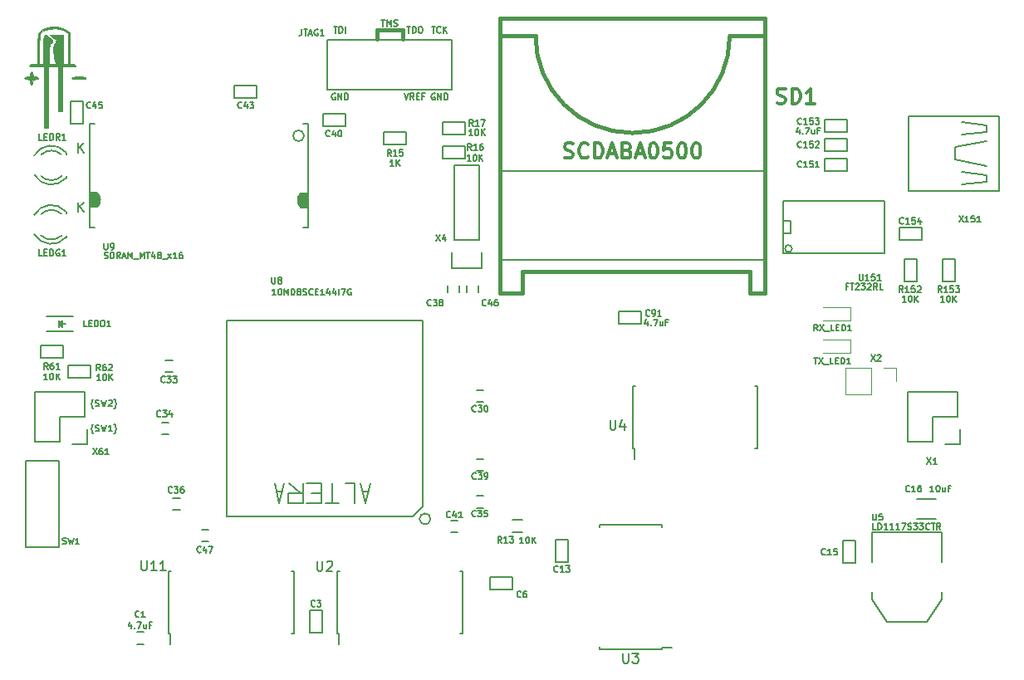
<source format=gto>
G04 #@! TF.FileFunction,Legend,Top*
%FSLAX46Y46*%
G04 Gerber Fmt 4.6, Leading zero omitted, Abs format (unit mm)*
G04 Created by KiCad (PCBNEW 4.0.3-stable) date 08/31/18 19:04:58*
%MOMM*%
%LPD*%
G01*
G04 APERTURE LIST*
%ADD10C,0.152400*%
%ADD11C,0.127000*%
%ADD12C,0.381000*%
%ADD13C,0.150000*%
%ADD14C,0.177800*%
%ADD15C,0.203200*%
%ADD16C,0.398780*%
%ADD17C,0.120000*%
%ADD18C,0.002540*%
%ADD19C,0.304800*%
G04 APERTURE END LIST*
D10*
D11*
X35141667Y-121304167D02*
X35111429Y-121273929D01*
X35050953Y-121183214D01*
X35020715Y-121122738D01*
X34990477Y-121032024D01*
X34960238Y-120880833D01*
X34960238Y-120759881D01*
X34990477Y-120608690D01*
X35020715Y-120517976D01*
X35050953Y-120457500D01*
X35111429Y-120366786D01*
X35141667Y-120336548D01*
X35353333Y-121032024D02*
X35444048Y-121062262D01*
X35595238Y-121062262D01*
X35655714Y-121032024D01*
X35685952Y-121001786D01*
X35716191Y-120941310D01*
X35716191Y-120880833D01*
X35685952Y-120820357D01*
X35655714Y-120790119D01*
X35595238Y-120759881D01*
X35474286Y-120729643D01*
X35413810Y-120699405D01*
X35383571Y-120669167D01*
X35353333Y-120608690D01*
X35353333Y-120548214D01*
X35383571Y-120487738D01*
X35413810Y-120457500D01*
X35474286Y-120427262D01*
X35625476Y-120427262D01*
X35716191Y-120457500D01*
X35927857Y-120427262D02*
X36079048Y-121062262D01*
X36200000Y-120608690D01*
X36320953Y-121062262D01*
X36472143Y-120427262D01*
X36683809Y-120487738D02*
X36714047Y-120457500D01*
X36774524Y-120427262D01*
X36925714Y-120427262D01*
X36986190Y-120457500D01*
X37016428Y-120487738D01*
X37046667Y-120548214D01*
X37046667Y-120608690D01*
X37016428Y-120699405D01*
X36653571Y-121062262D01*
X37046667Y-121062262D01*
X37258333Y-121304167D02*
X37288571Y-121273929D01*
X37349048Y-121183214D01*
X37379286Y-121122738D01*
X37409524Y-121032024D01*
X37439762Y-120880833D01*
X37439762Y-120759881D01*
X37409524Y-120608690D01*
X37379286Y-120517976D01*
X37349048Y-120457500D01*
X37288571Y-120366786D01*
X37258333Y-120336548D01*
X35141667Y-123854167D02*
X35111429Y-123823929D01*
X35050953Y-123733214D01*
X35020715Y-123672738D01*
X34990477Y-123582024D01*
X34960238Y-123430833D01*
X34960238Y-123309881D01*
X34990477Y-123158690D01*
X35020715Y-123067976D01*
X35050953Y-123007500D01*
X35111429Y-122916786D01*
X35141667Y-122886548D01*
X35353333Y-123582024D02*
X35444048Y-123612262D01*
X35595238Y-123612262D01*
X35655714Y-123582024D01*
X35685952Y-123551786D01*
X35716191Y-123491310D01*
X35716191Y-123430833D01*
X35685952Y-123370357D01*
X35655714Y-123340119D01*
X35595238Y-123309881D01*
X35474286Y-123279643D01*
X35413810Y-123249405D01*
X35383571Y-123219167D01*
X35353333Y-123158690D01*
X35353333Y-123098214D01*
X35383571Y-123037738D01*
X35413810Y-123007500D01*
X35474286Y-122977262D01*
X35625476Y-122977262D01*
X35716191Y-123007500D01*
X35927857Y-122977262D02*
X36079048Y-123612262D01*
X36200000Y-123158690D01*
X36320953Y-123612262D01*
X36472143Y-122977262D01*
X37046667Y-123612262D02*
X36683809Y-123612262D01*
X36865238Y-123612262D02*
X36865238Y-122977262D01*
X36804762Y-123067976D01*
X36744286Y-123128452D01*
X36683809Y-123158690D01*
X37258333Y-123854167D02*
X37288571Y-123823929D01*
X37349048Y-123733214D01*
X37379286Y-123672738D01*
X37409524Y-123582024D01*
X37439762Y-123430833D01*
X37439762Y-123309881D01*
X37409524Y-123158690D01*
X37379286Y-123067976D01*
X37349048Y-123007500D01*
X37288571Y-122916786D01*
X37258333Y-122886548D01*
D12*
X64050000Y-82675000D02*
X64050000Y-83575000D01*
X66650000Y-82700000D02*
X66650000Y-83575000D01*
X64050000Y-82700000D02*
X66650000Y-82700000D01*
D13*
X78850000Y-133950000D02*
X77850000Y-133950000D01*
X77850000Y-132600000D02*
X78850000Y-132600000D01*
X74200000Y-119450000D02*
X74900000Y-119450000D01*
X74900000Y-120650000D02*
X74200000Y-120650000D01*
X40250000Y-145300000D02*
X39550000Y-145300000D01*
X39550000Y-144100000D02*
X40250000Y-144100000D01*
X42800000Y-123900000D02*
X42100000Y-123900000D01*
X42100000Y-122700000D02*
X42800000Y-122700000D01*
X74200000Y-130225000D02*
X74900000Y-130225000D01*
X74900000Y-131425000D02*
X74200000Y-131425000D01*
X43950000Y-131650000D02*
X43250000Y-131650000D01*
X43250000Y-130450000D02*
X43950000Y-130450000D01*
X71250000Y-109450000D02*
X71250000Y-108750000D01*
X72450000Y-108750000D02*
X72450000Y-109450000D01*
X74200000Y-126425000D02*
X74900000Y-126425000D01*
X74900000Y-127625000D02*
X74200000Y-127625000D01*
X71600000Y-132700000D02*
X72300000Y-132700000D01*
X72300000Y-133900000D02*
X71600000Y-133900000D01*
X73200000Y-109450000D02*
X73200000Y-108750000D01*
X74400000Y-108750000D02*
X74400000Y-109450000D01*
X46850000Y-134850000D02*
X46150000Y-134850000D01*
X46150000Y-133650000D02*
X46850000Y-133650000D01*
D14*
X34800200Y-102850980D02*
X35300580Y-102850980D01*
X34800200Y-92249020D02*
X35300580Y-92249020D01*
X57002340Y-92249020D02*
X56501960Y-92249020D01*
X57002340Y-102850980D02*
X56501960Y-102850980D01*
X35552040Y-100648800D02*
X34851000Y-100648800D01*
X34851000Y-100498940D02*
X35651100Y-100498940D01*
X35701900Y-100349080D02*
X34851000Y-100349080D01*
X34802740Y-100199220D02*
X35752700Y-100199220D01*
X35752700Y-99950300D02*
X34851000Y-99950300D01*
X34851000Y-99851240D02*
X35701900Y-99851240D01*
X35701900Y-99749640D02*
X34851000Y-99749640D01*
X34802740Y-99599780D02*
X35651100Y-99599780D01*
X35602840Y-99449920D02*
X34851000Y-99449920D01*
X35501240Y-99300060D02*
X34802740Y-99300060D01*
X35552040Y-100750400D02*
X34802740Y-100750400D01*
X56951540Y-100699600D02*
X56301300Y-100699600D01*
X56151440Y-100600540D02*
X56999800Y-100600540D01*
X56951540Y-100450680D02*
X56151440Y-100450680D01*
X56049840Y-100349080D02*
X56951540Y-100349080D01*
X56999800Y-100199220D02*
X56049840Y-100199220D01*
X56999800Y-99899500D02*
X56049840Y-99899500D01*
X56999800Y-99800440D02*
X56049840Y-99800440D01*
X56999800Y-99650580D02*
X56100640Y-99650580D01*
X56999800Y-99500720D02*
X56151440Y-99500720D01*
X56250500Y-99350860D02*
X56999800Y-99350860D01*
X56301300Y-100801200D02*
X56999800Y-100801200D01*
X56247960Y-99350860D02*
G75*
G03X56301300Y-100801200I751840J-698500D01*
G01*
X35552040Y-100747860D02*
G75*
G03X35501240Y-99300060I-749300J698500D01*
G01*
X34802740Y-100049360D02*
X35800960Y-100049360D01*
X56999800Y-100049360D02*
X56001580Y-100049360D01*
X56608720Y-93478380D02*
G75*
G03X56608720Y-93478380I-563960J0D01*
G01*
X57002340Y-102850980D02*
X57002340Y-92249020D01*
X34800200Y-102850980D02*
X34800200Y-92249020D01*
D13*
X43200000Y-117550000D02*
X42500000Y-117550000D01*
X42500000Y-116350000D02*
X43200000Y-116350000D01*
X121606000Y-136926000D02*
X121606000Y-133878000D01*
X121606000Y-133878000D02*
X114494000Y-133878000D01*
X114494000Y-133878000D02*
X114494000Y-136926000D01*
X121606000Y-139974000D02*
X121606000Y-140736000D01*
X121606000Y-140736000D02*
X120082000Y-143022000D01*
X120082000Y-143022000D02*
X116018000Y-143022000D01*
X116018000Y-143022000D02*
X114494000Y-140736000D01*
X114494000Y-140736000D02*
X114494000Y-139974000D01*
D15*
X59000000Y-88740000D02*
X71700000Y-88740000D01*
X71700000Y-88740000D02*
X71700000Y-83660000D01*
X71700000Y-83660000D02*
X59000000Y-83660000D01*
X59000000Y-83660000D02*
X59000000Y-88740000D01*
X76599900Y-106100180D02*
X103600100Y-106100180D01*
X76599900Y-97100960D02*
X103650900Y-97100960D01*
D16*
X100049180Y-83301140D02*
X103600100Y-83301140D01*
X80199080Y-83301140D02*
X76599900Y-83301140D01*
X76599900Y-109501240D02*
X78901140Y-109501240D01*
X78901140Y-109501240D02*
X78850340Y-109450440D01*
X102098960Y-109501240D02*
X103600100Y-109501240D01*
X78901140Y-109450440D02*
X78901140Y-107349860D01*
X78901140Y-107349860D02*
X102098960Y-107349860D01*
X102098960Y-107349860D02*
X102098960Y-109501240D01*
X103600100Y-109501240D02*
X103600100Y-81500280D01*
X103600100Y-81500280D02*
X76599900Y-81500280D01*
X76599900Y-81500280D02*
X76599900Y-109501240D01*
D12*
X80214320Y-83293520D02*
G75*
G03X90115240Y-93194440I9900920J0D01*
G01*
X90115240Y-93194440D02*
G75*
G03X100016160Y-83293520I0J9900920D01*
G01*
D13*
X74470000Y-104130000D02*
X74470000Y-96510000D01*
X71930000Y-104130000D02*
X71930000Y-96510000D01*
X71650000Y-106950000D02*
X71650000Y-105400000D01*
X74470000Y-96510000D02*
X71930000Y-96510000D01*
X71930000Y-104130000D02*
X74470000Y-104130000D01*
X74750000Y-105400000D02*
X74750000Y-106950000D01*
X74750000Y-106950000D02*
X71650000Y-106950000D01*
X32349000Y-95186000D02*
X32349000Y-95386000D01*
X32349000Y-97780000D02*
X32349000Y-97600000D01*
X29121256Y-97469643D02*
G75*
G03X32349000Y-97786000I1727744J1003643D01*
G01*
X29796994Y-97599068D02*
G75*
G03X31900000Y-97600000I1052006J1133068D01*
G01*
X32336220Y-95159274D02*
G75*
G03X29099000Y-95506000I-1497220J-1306726D01*
G01*
X31862889Y-95386747D02*
G75*
G03X29815000Y-95406000I-1013889J-1079253D01*
G01*
X32349000Y-101236000D02*
X32349000Y-101436000D01*
X32349000Y-103830000D02*
X32349000Y-103650000D01*
X29121256Y-103519643D02*
G75*
G03X32349000Y-103836000I1727744J1003643D01*
G01*
X29796994Y-103649068D02*
G75*
G03X31900000Y-103650000I1052006J1133068D01*
G01*
X32336220Y-101209274D02*
G75*
G03X29099000Y-101556000I-1497220J-1306726D01*
G01*
X31862889Y-101436747D02*
G75*
G03X29815000Y-101456000I-1013889J-1079253D01*
G01*
X123525000Y-123425000D02*
X123525000Y-124975000D01*
X121975000Y-124975000D02*
X123525000Y-124975000D01*
X123245000Y-122155000D02*
X120705000Y-122155000D01*
X120705000Y-122155000D02*
X120705000Y-124695000D01*
X120705000Y-124695000D02*
X118165000Y-124695000D01*
X118165000Y-124695000D02*
X118165000Y-119615000D01*
X118165000Y-119615000D02*
X123245000Y-119615000D01*
X123245000Y-119615000D02*
X123245000Y-122155000D01*
X121050000Y-130525000D02*
X119050000Y-130525000D01*
X119050000Y-132575000D02*
X121050000Y-132575000D01*
X30375000Y-113400000D02*
X33075000Y-113400000D01*
X30375000Y-111900000D02*
X33075000Y-111900000D01*
X31875000Y-112800000D02*
X31875000Y-112550000D01*
X31875000Y-112550000D02*
X31725000Y-112700000D01*
X31625000Y-112300000D02*
X31625000Y-113000000D01*
X31975000Y-112650000D02*
X32325000Y-112650000D01*
X31625000Y-112650000D02*
X31975000Y-112300000D01*
X31975000Y-112300000D02*
X31975000Y-113000000D01*
X31975000Y-113000000D02*
X31625000Y-112650000D01*
X34500000Y-123375000D02*
X34500000Y-124925000D01*
X32950000Y-124925000D02*
X34500000Y-124925000D01*
X34220000Y-122105000D02*
X31680000Y-122105000D01*
X31680000Y-122105000D02*
X31680000Y-124645000D01*
X31680000Y-124645000D02*
X29140000Y-124645000D01*
X29140000Y-124645000D02*
X29140000Y-119565000D01*
X29140000Y-119565000D02*
X34220000Y-119565000D01*
X34220000Y-119565000D02*
X34220000Y-122105000D01*
X54100000Y-130950000D02*
X53600000Y-128950000D01*
X54600000Y-128950000D02*
X54100000Y-130950000D01*
X54400000Y-129750000D02*
X53850000Y-129750000D01*
X56300000Y-129950000D02*
X55100000Y-128950000D01*
X56500000Y-130950000D02*
X55000000Y-130950000D01*
X55000000Y-130950000D02*
X55000000Y-129950000D01*
X55000000Y-129950000D02*
X56500000Y-129950000D01*
X56500000Y-130950000D02*
X56500000Y-128950000D01*
X58400000Y-129950000D02*
X57400000Y-129950000D01*
X58400000Y-130950000D02*
X56900000Y-130950000D01*
X58400000Y-130950000D02*
X58400000Y-128950000D01*
X58400000Y-128950000D02*
X56900000Y-128950000D01*
X59500000Y-130950000D02*
X59500000Y-128950000D01*
X60200000Y-130950000D02*
X58800000Y-130950000D01*
X61800000Y-130950000D02*
X61800000Y-128950000D01*
X61800000Y-128950000D02*
X60800000Y-128950000D01*
X63200000Y-129750000D02*
X62650000Y-129750000D01*
X63400000Y-128950000D02*
X62900000Y-130950000D01*
X62900000Y-130950000D02*
X62400000Y-128950000D01*
D15*
X67699220Y-132299980D02*
X49700780Y-132299980D01*
X68699980Y-113300780D02*
X68699980Y-131299220D01*
X49700780Y-112300020D02*
X67699220Y-112300020D01*
X48700020Y-131299220D02*
X48700020Y-113300780D01*
X69508911Y-132548900D02*
G75*
G03X69508911Y-132548900I-560011J0D01*
G01*
X67699220Y-132299980D02*
X68699980Y-131299220D01*
X68699980Y-112300020D02*
X67699220Y-112300020D01*
X68699980Y-112300020D02*
X68699980Y-113300780D01*
X48700020Y-112300020D02*
X49700780Y-112300020D01*
X48700020Y-112300020D02*
X48700020Y-113300780D01*
X48700020Y-132299980D02*
X49700780Y-132299980D01*
X48700020Y-132299980D02*
X48700020Y-131299220D01*
D13*
X60025000Y-144225000D02*
X60200000Y-144225000D01*
X60025000Y-137875000D02*
X60282500Y-137875000D01*
X72775000Y-137875000D02*
X72517500Y-137875000D01*
X72775000Y-144225000D02*
X72517500Y-144225000D01*
X60025000Y-144225000D02*
X60025000Y-137875000D01*
X72775000Y-144225000D02*
X72775000Y-137875000D01*
X60200000Y-144225000D02*
X60200000Y-145300000D01*
X93075000Y-145875000D02*
X93075000Y-145700000D01*
X86725000Y-145875000D02*
X86725000Y-145617500D01*
X86725000Y-133125000D02*
X86725000Y-133382500D01*
X93075000Y-133125000D02*
X93075000Y-133382500D01*
X93075000Y-145875000D02*
X86725000Y-145875000D01*
X93075000Y-133125000D02*
X86725000Y-133125000D01*
X93075000Y-145700000D02*
X94150000Y-145700000D01*
X90125000Y-125375000D02*
X90300000Y-125375000D01*
X90125000Y-119025000D02*
X90382500Y-119025000D01*
X102875000Y-119025000D02*
X102617500Y-119025000D01*
X102875000Y-125375000D02*
X102617500Y-125375000D01*
X90125000Y-125375000D02*
X90125000Y-119025000D01*
X102875000Y-125375000D02*
X102875000Y-119025000D01*
X90300000Y-125375000D02*
X90300000Y-126450000D01*
X42825000Y-144225000D02*
X43000000Y-144225000D01*
X42825000Y-137875000D02*
X43082500Y-137875000D01*
X55575000Y-137875000D02*
X55317500Y-137875000D01*
X55575000Y-144225000D02*
X55317500Y-144225000D01*
X42825000Y-144225000D02*
X42825000Y-137875000D01*
X55575000Y-144225000D02*
X55575000Y-137875000D01*
X43000000Y-144225000D02*
X43000000Y-145300000D01*
D11*
X32043000Y-116135000D02*
X29757000Y-116135000D01*
X29757000Y-116135000D02*
X29757000Y-114865000D01*
X29757000Y-114865000D02*
X32043000Y-114865000D01*
X32043000Y-114865000D02*
X32043000Y-116135000D01*
X34868000Y-118135000D02*
X32582000Y-118135000D01*
X32582000Y-118135000D02*
X32582000Y-116865000D01*
X32582000Y-116865000D02*
X34868000Y-116865000D01*
X34868000Y-116865000D02*
X34868000Y-118135000D01*
X111993000Y-97060000D02*
X109707000Y-97060000D01*
X109707000Y-97060000D02*
X109707000Y-95790000D01*
X109707000Y-95790000D02*
X111993000Y-95790000D01*
X111993000Y-95790000D02*
X111993000Y-97060000D01*
X111993000Y-95060000D02*
X109707000Y-95060000D01*
X109707000Y-95060000D02*
X109707000Y-93790000D01*
X109707000Y-93790000D02*
X111993000Y-93790000D01*
X111993000Y-93790000D02*
X111993000Y-95060000D01*
X111993000Y-93060000D02*
X109707000Y-93060000D01*
X109707000Y-93060000D02*
X109707000Y-91790000D01*
X109707000Y-91790000D02*
X111993000Y-91790000D01*
X111993000Y-91790000D02*
X111993000Y-93060000D01*
X117282000Y-102815000D02*
X119568000Y-102815000D01*
X119568000Y-102815000D02*
X119568000Y-104085000D01*
X119568000Y-104085000D02*
X117282000Y-104085000D01*
X117282000Y-104085000D02*
X117282000Y-102815000D01*
X117790000Y-108368000D02*
X117790000Y-106082000D01*
X117790000Y-106082000D02*
X119060000Y-106082000D01*
X119060000Y-106082000D02*
X119060000Y-108368000D01*
X119060000Y-108368000D02*
X117790000Y-108368000D01*
X122960000Y-106082000D02*
X122960000Y-108368000D01*
X122960000Y-108368000D02*
X121690000Y-108368000D01*
X121690000Y-108368000D02*
X121690000Y-106082000D01*
X121690000Y-106082000D02*
X122960000Y-106082000D01*
X106362210Y-104984000D02*
G75*
G03X106362210Y-104984000I-359210J0D01*
G01*
X105495000Y-102190000D02*
X106257000Y-102190000D01*
X106257000Y-102190000D02*
X106257000Y-103460000D01*
X106257000Y-103460000D02*
X105495000Y-103460000D01*
X115782000Y-105492000D02*
X105495000Y-105492000D01*
X105495000Y-100158000D02*
X115782000Y-100158000D01*
X105495000Y-100158000D02*
X105495000Y-105492000D01*
X115782000Y-100158000D02*
X115782000Y-105492000D01*
X127498680Y-99148100D02*
X127498680Y-91451900D01*
X127498680Y-99148100D02*
X118250540Y-99148100D01*
X118250540Y-99148100D02*
X118250540Y-91451900D01*
X118250540Y-91451900D02*
X127498680Y-91451900D01*
X126162640Y-96570000D02*
X122987640Y-95935000D01*
X122987640Y-95935000D02*
X122987640Y-94665000D01*
X122987640Y-94665000D02*
X126162640Y-94030000D01*
X123622640Y-92125000D02*
X126162640Y-92442500D01*
X126162640Y-92442500D02*
X126162640Y-93077500D01*
X126162640Y-93077500D02*
X123622640Y-93395000D01*
X123622640Y-98475000D02*
X126162640Y-98157500D01*
X126162640Y-98157500D02*
X126162640Y-97522500D01*
X126162640Y-97522500D02*
X123622640Y-97205000D01*
D17*
X112300000Y-112350000D02*
X112300000Y-110950000D01*
X112300000Y-110950000D02*
X109500000Y-110950000D01*
X112300000Y-112350000D02*
X109500000Y-112350000D01*
X112300000Y-115650000D02*
X112300000Y-114250000D01*
X112300000Y-114250000D02*
X109500000Y-114250000D01*
X112300000Y-115650000D02*
X109500000Y-115650000D01*
X111805000Y-117170000D02*
X111805000Y-119830000D01*
X114405000Y-117170000D02*
X111805000Y-117170000D01*
X114405000Y-119830000D02*
X111805000Y-119830000D01*
X114405000Y-117170000D02*
X114405000Y-119830000D01*
X115675000Y-117170000D02*
X117005000Y-117170000D01*
X117005000Y-117170000D02*
X117005000Y-118500000D01*
D13*
X31625000Y-126650000D02*
X31625000Y-135450000D01*
X31625000Y-135450000D02*
X28225000Y-135450000D01*
X28225000Y-135450000D02*
X28225000Y-126650000D01*
X28225000Y-126650000D02*
X31625000Y-126650000D01*
D11*
X58460000Y-141857000D02*
X58460000Y-144143000D01*
X58460000Y-144143000D02*
X57190000Y-144143000D01*
X57190000Y-144143000D02*
X57190000Y-141857000D01*
X57190000Y-141857000D02*
X58460000Y-141857000D01*
X75607000Y-138515000D02*
X77893000Y-138515000D01*
X77893000Y-138515000D02*
X77893000Y-139785000D01*
X77893000Y-139785000D02*
X75607000Y-139785000D01*
X75607000Y-139785000D02*
X75607000Y-138515000D01*
X82265000Y-136943000D02*
X82265000Y-134657000D01*
X82265000Y-134657000D02*
X83535000Y-134657000D01*
X83535000Y-134657000D02*
X83535000Y-136943000D01*
X83535000Y-136943000D02*
X82265000Y-136943000D01*
X90943000Y-112660000D02*
X88657000Y-112660000D01*
X88657000Y-112660000D02*
X88657000Y-111390000D01*
X88657000Y-111390000D02*
X90943000Y-111390000D01*
X90943000Y-111390000D02*
X90943000Y-112660000D01*
X67043000Y-94385000D02*
X64757000Y-94385000D01*
X64757000Y-94385000D02*
X64757000Y-93115000D01*
X64757000Y-93115000D02*
X67043000Y-93115000D01*
X67043000Y-93115000D02*
X67043000Y-94385000D01*
X72993000Y-95785000D02*
X70707000Y-95785000D01*
X70707000Y-95785000D02*
X70707000Y-94515000D01*
X70707000Y-94515000D02*
X72993000Y-94515000D01*
X72993000Y-94515000D02*
X72993000Y-95785000D01*
X72993000Y-93385000D02*
X70707000Y-93385000D01*
X70707000Y-93385000D02*
X70707000Y-92115000D01*
X70707000Y-92115000D02*
X72993000Y-92115000D01*
X72993000Y-92115000D02*
X72993000Y-93385000D01*
D18*
G36*
X33356180Y-86315820D02*
X33323160Y-86379320D01*
X33208860Y-86419960D01*
X32977720Y-86437740D01*
X32678000Y-86442820D01*
X32594180Y-86442820D01*
X32594180Y-86188820D01*
X32594180Y-84624180D01*
X32591640Y-84073000D01*
X32589100Y-83666600D01*
X32576400Y-83377040D01*
X32558620Y-83181460D01*
X32525600Y-83051920D01*
X32479880Y-82965560D01*
X32416380Y-82896980D01*
X32408760Y-82889360D01*
X32093800Y-82698860D01*
X31674700Y-82582020D01*
X31199720Y-82543920D01*
X30712040Y-82576940D01*
X30259920Y-82683620D01*
X29889080Y-82861420D01*
X29782400Y-82945240D01*
X29726520Y-83008740D01*
X29688420Y-83107800D01*
X29660480Y-83262740D01*
X29642700Y-83501500D01*
X29635080Y-83849480D01*
X29630000Y-84327000D01*
X29630000Y-84634340D01*
X29630000Y-86188820D01*
X29843360Y-86188820D01*
X30054180Y-86188820D01*
X30054180Y-84708000D01*
X30054180Y-84146660D01*
X30061800Y-83737720D01*
X30084660Y-83460860D01*
X30125300Y-83295760D01*
X30196420Y-83227180D01*
X30300560Y-83232260D01*
X30447880Y-83293220D01*
X30564720Y-83354180D01*
X30800940Y-83521820D01*
X30940640Y-83709780D01*
X30966040Y-83882500D01*
X30866980Y-84006960D01*
X30816180Y-84029820D01*
X30745060Y-84062840D01*
X30696800Y-84131420D01*
X30668860Y-84263500D01*
X30653620Y-84487020D01*
X30646000Y-84832460D01*
X30646000Y-85134720D01*
X30646000Y-86188820D01*
X31029540Y-86188820D01*
X31413080Y-86188820D01*
X31240360Y-85853540D01*
X31141300Y-85602080D01*
X31087960Y-85299820D01*
X31070180Y-84890880D01*
X31070180Y-84837540D01*
X31077800Y-84522580D01*
X31100660Y-84283820D01*
X31131140Y-84164440D01*
X31141300Y-84156820D01*
X31222580Y-84088240D01*
X31314020Y-83930760D01*
X31357200Y-83719940D01*
X31263220Y-83590400D01*
X31146380Y-83565000D01*
X31052400Y-83514200D01*
X30900000Y-83394820D01*
X30704420Y-83224640D01*
X31395300Y-83224640D01*
X32086180Y-83224640D01*
X32086180Y-84708000D01*
X32086180Y-86188820D01*
X32340180Y-86188820D01*
X32594180Y-86188820D01*
X32594180Y-86442820D01*
X32002360Y-86442820D01*
X32002360Y-88728820D01*
X32002360Y-91014820D01*
X31789000Y-91014820D01*
X31578180Y-91014820D01*
X31578180Y-88728820D01*
X31578180Y-86442820D01*
X31070180Y-86442820D01*
X30562180Y-86442820D01*
X30562180Y-89574640D01*
X30562180Y-92709000D01*
X30351360Y-92709000D01*
X30138000Y-92709000D01*
X30138000Y-89574640D01*
X30138000Y-86442820D01*
X29376000Y-86442820D01*
X29005160Y-86437740D01*
X28774020Y-86419960D01*
X28652100Y-86384400D01*
X28614000Y-86323440D01*
X28614000Y-86315820D01*
X28659720Y-86234540D01*
X28817200Y-86196440D01*
X29038180Y-86188820D01*
X29462360Y-86188820D01*
X29462360Y-84636880D01*
X29462360Y-84088240D01*
X29467440Y-83679300D01*
X29477600Y-83389740D01*
X29500460Y-83194160D01*
X29530940Y-83062080D01*
X29579200Y-82968100D01*
X29642700Y-82891900D01*
X29993220Y-82630280D01*
X30445340Y-82457560D01*
X30953340Y-82376280D01*
X31476580Y-82386440D01*
X31974420Y-82488040D01*
X32398600Y-82686160D01*
X32571320Y-82820780D01*
X32637360Y-82889360D01*
X32688160Y-82970640D01*
X32721180Y-83087480D01*
X32744040Y-83267820D01*
X32756740Y-83531980D01*
X32761820Y-83910440D01*
X32761820Y-84426060D01*
X32764360Y-84593700D01*
X32764360Y-86188820D01*
X33059000Y-86188820D01*
X33277440Y-86216760D01*
X33356180Y-86303120D01*
X33356180Y-86315820D01*
X33356180Y-86315820D01*
X33356180Y-86315820D01*
G37*
X33356180Y-86315820D02*
X33323160Y-86379320D01*
X33208860Y-86419960D01*
X32977720Y-86437740D01*
X32678000Y-86442820D01*
X32594180Y-86442820D01*
X32594180Y-86188820D01*
X32594180Y-84624180D01*
X32591640Y-84073000D01*
X32589100Y-83666600D01*
X32576400Y-83377040D01*
X32558620Y-83181460D01*
X32525600Y-83051920D01*
X32479880Y-82965560D01*
X32416380Y-82896980D01*
X32408760Y-82889360D01*
X32093800Y-82698860D01*
X31674700Y-82582020D01*
X31199720Y-82543920D01*
X30712040Y-82576940D01*
X30259920Y-82683620D01*
X29889080Y-82861420D01*
X29782400Y-82945240D01*
X29726520Y-83008740D01*
X29688420Y-83107800D01*
X29660480Y-83262740D01*
X29642700Y-83501500D01*
X29635080Y-83849480D01*
X29630000Y-84327000D01*
X29630000Y-84634340D01*
X29630000Y-86188820D01*
X29843360Y-86188820D01*
X30054180Y-86188820D01*
X30054180Y-84708000D01*
X30054180Y-84146660D01*
X30061800Y-83737720D01*
X30084660Y-83460860D01*
X30125300Y-83295760D01*
X30196420Y-83227180D01*
X30300560Y-83232260D01*
X30447880Y-83293220D01*
X30564720Y-83354180D01*
X30800940Y-83521820D01*
X30940640Y-83709780D01*
X30966040Y-83882500D01*
X30866980Y-84006960D01*
X30816180Y-84029820D01*
X30745060Y-84062840D01*
X30696800Y-84131420D01*
X30668860Y-84263500D01*
X30653620Y-84487020D01*
X30646000Y-84832460D01*
X30646000Y-85134720D01*
X30646000Y-86188820D01*
X31029540Y-86188820D01*
X31413080Y-86188820D01*
X31240360Y-85853540D01*
X31141300Y-85602080D01*
X31087960Y-85299820D01*
X31070180Y-84890880D01*
X31070180Y-84837540D01*
X31077800Y-84522580D01*
X31100660Y-84283820D01*
X31131140Y-84164440D01*
X31141300Y-84156820D01*
X31222580Y-84088240D01*
X31314020Y-83930760D01*
X31357200Y-83719940D01*
X31263220Y-83590400D01*
X31146380Y-83565000D01*
X31052400Y-83514200D01*
X30900000Y-83394820D01*
X30704420Y-83224640D01*
X31395300Y-83224640D01*
X32086180Y-83224640D01*
X32086180Y-84708000D01*
X32086180Y-86188820D01*
X32340180Y-86188820D01*
X32594180Y-86188820D01*
X32594180Y-86442820D01*
X32002360Y-86442820D01*
X32002360Y-88728820D01*
X32002360Y-91014820D01*
X31789000Y-91014820D01*
X31578180Y-91014820D01*
X31578180Y-88728820D01*
X31578180Y-86442820D01*
X31070180Y-86442820D01*
X30562180Y-86442820D01*
X30562180Y-89574640D01*
X30562180Y-92709000D01*
X30351360Y-92709000D01*
X30138000Y-92709000D01*
X30138000Y-89574640D01*
X30138000Y-86442820D01*
X29376000Y-86442820D01*
X29005160Y-86437740D01*
X28774020Y-86419960D01*
X28652100Y-86384400D01*
X28614000Y-86323440D01*
X28614000Y-86315820D01*
X28659720Y-86234540D01*
X28817200Y-86196440D01*
X29038180Y-86188820D01*
X29462360Y-86188820D01*
X29462360Y-84636880D01*
X29462360Y-84088240D01*
X29467440Y-83679300D01*
X29477600Y-83389740D01*
X29500460Y-83194160D01*
X29530940Y-83062080D01*
X29579200Y-82968100D01*
X29642700Y-82891900D01*
X29993220Y-82630280D01*
X30445340Y-82457560D01*
X30953340Y-82376280D01*
X31476580Y-82386440D01*
X31974420Y-82488040D01*
X32398600Y-82686160D01*
X32571320Y-82820780D01*
X32637360Y-82889360D01*
X32688160Y-82970640D01*
X32721180Y-83087480D01*
X32744040Y-83267820D01*
X32756740Y-83531980D01*
X32761820Y-83910440D01*
X32761820Y-84426060D01*
X32764360Y-84593700D01*
X32764360Y-86188820D01*
X33059000Y-86188820D01*
X33277440Y-86216760D01*
X33356180Y-86303120D01*
X33356180Y-86315820D01*
X33356180Y-86315820D01*
G36*
X29546180Y-87585820D02*
X29482680Y-87679800D01*
X29276940Y-87712820D01*
X29249000Y-87712820D01*
X29050880Y-87725520D01*
X28969600Y-87799180D01*
X28954360Y-87987140D01*
X28954360Y-88010000D01*
X28926420Y-88228440D01*
X28837520Y-88304640D01*
X28827360Y-88304640D01*
X28733380Y-88241140D01*
X28700360Y-88035400D01*
X28700360Y-88010000D01*
X28685120Y-87809340D01*
X28611460Y-87728060D01*
X28426040Y-87712820D01*
X28403180Y-87712820D01*
X28184740Y-87684880D01*
X28106000Y-87595980D01*
X28106000Y-87585820D01*
X28169500Y-87491840D01*
X28375240Y-87458820D01*
X28403180Y-87458820D01*
X28601300Y-87443580D01*
X28682580Y-87372460D01*
X28700360Y-87204820D01*
X28735920Y-87001620D01*
X28827360Y-86950820D01*
X28926420Y-87027020D01*
X28954360Y-87204820D01*
X28969600Y-87375000D01*
X29053420Y-87446120D01*
X29249000Y-87458820D01*
X29467440Y-87486760D01*
X29546180Y-87573120D01*
X29546180Y-87585820D01*
X29546180Y-87585820D01*
X29546180Y-87585820D01*
G37*
X29546180Y-87585820D02*
X29482680Y-87679800D01*
X29276940Y-87712820D01*
X29249000Y-87712820D01*
X29050880Y-87725520D01*
X28969600Y-87799180D01*
X28954360Y-87987140D01*
X28954360Y-88010000D01*
X28926420Y-88228440D01*
X28837520Y-88304640D01*
X28827360Y-88304640D01*
X28733380Y-88241140D01*
X28700360Y-88035400D01*
X28700360Y-88010000D01*
X28685120Y-87809340D01*
X28611460Y-87728060D01*
X28426040Y-87712820D01*
X28403180Y-87712820D01*
X28184740Y-87684880D01*
X28106000Y-87595980D01*
X28106000Y-87585820D01*
X28169500Y-87491840D01*
X28375240Y-87458820D01*
X28403180Y-87458820D01*
X28601300Y-87443580D01*
X28682580Y-87372460D01*
X28700360Y-87204820D01*
X28735920Y-87001620D01*
X28827360Y-86950820D01*
X28926420Y-87027020D01*
X28954360Y-87204820D01*
X28969600Y-87375000D01*
X29053420Y-87446120D01*
X29249000Y-87458820D01*
X29467440Y-87486760D01*
X29546180Y-87573120D01*
X29546180Y-87585820D01*
X29546180Y-87585820D01*
G36*
X34372180Y-87585820D02*
X34341700Y-87649320D01*
X34229940Y-87687420D01*
X34006420Y-87707740D01*
X33653360Y-87712820D01*
X33292680Y-87707740D01*
X33071700Y-87687420D01*
X32962480Y-87646780D01*
X32932000Y-87585820D01*
X32962480Y-87522320D01*
X33074240Y-87484220D01*
X33297760Y-87463900D01*
X33653360Y-87458820D01*
X34011500Y-87463900D01*
X34232480Y-87484220D01*
X34341700Y-87522320D01*
X34372180Y-87585820D01*
X34372180Y-87585820D01*
X34372180Y-87585820D01*
G37*
X34372180Y-87585820D02*
X34341700Y-87649320D01*
X34229940Y-87687420D01*
X34006420Y-87707740D01*
X33653360Y-87712820D01*
X33292680Y-87707740D01*
X33071700Y-87687420D01*
X32962480Y-87646780D01*
X32932000Y-87585820D01*
X32962480Y-87522320D01*
X33074240Y-87484220D01*
X33297760Y-87463900D01*
X33653360Y-87458820D01*
X34011500Y-87463900D01*
X34232480Y-87484220D01*
X34341700Y-87522320D01*
X34372180Y-87585820D01*
X34372180Y-87585820D01*
D11*
X58532000Y-91215000D02*
X60818000Y-91215000D01*
X60818000Y-91215000D02*
X60818000Y-92485000D01*
X60818000Y-92485000D02*
X58532000Y-92485000D01*
X58532000Y-92485000D02*
X58532000Y-91215000D01*
X49532000Y-88365000D02*
X51818000Y-88365000D01*
X51818000Y-88365000D02*
X51818000Y-89635000D01*
X51818000Y-89635000D02*
X49532000Y-89635000D01*
X49532000Y-89635000D02*
X49532000Y-88365000D01*
X34060000Y-89957000D02*
X34060000Y-92243000D01*
X34060000Y-92243000D02*
X32790000Y-92243000D01*
X32790000Y-92243000D02*
X32790000Y-89957000D01*
X32790000Y-89957000D02*
X34060000Y-89957000D01*
X112785000Y-134782000D02*
X112785000Y-137068000D01*
X112785000Y-137068000D02*
X111515000Y-137068000D01*
X111515000Y-137068000D02*
X111515000Y-134782000D01*
X111515000Y-134782000D02*
X112785000Y-134782000D01*
X76741786Y-134987262D02*
X76530119Y-134684881D01*
X76378928Y-134987262D02*
X76378928Y-134352262D01*
X76620833Y-134352262D01*
X76681309Y-134382500D01*
X76711548Y-134412738D01*
X76741786Y-134473214D01*
X76741786Y-134563929D01*
X76711548Y-134624405D01*
X76681309Y-134654643D01*
X76620833Y-134684881D01*
X76378928Y-134684881D01*
X77346548Y-134987262D02*
X76983690Y-134987262D01*
X77165119Y-134987262D02*
X77165119Y-134352262D01*
X77104643Y-134442976D01*
X77044167Y-134503452D01*
X76983690Y-134533690D01*
X77558214Y-134352262D02*
X77951310Y-134352262D01*
X77739643Y-134594167D01*
X77830357Y-134594167D01*
X77890833Y-134624405D01*
X77921071Y-134654643D01*
X77951310Y-134715119D01*
X77951310Y-134866310D01*
X77921071Y-134926786D01*
X77890833Y-134957024D01*
X77830357Y-134987262D01*
X77648929Y-134987262D01*
X77588452Y-134957024D01*
X77558214Y-134926786D01*
X78986548Y-135012262D02*
X78623690Y-135012262D01*
X78805119Y-135012262D02*
X78805119Y-134377262D01*
X78744643Y-134467976D01*
X78684167Y-134528452D01*
X78623690Y-134558690D01*
X79379643Y-134377262D02*
X79440119Y-134377262D01*
X79500595Y-134407500D01*
X79530833Y-134437738D01*
X79561071Y-134498214D01*
X79591310Y-134619167D01*
X79591310Y-134770357D01*
X79561071Y-134891310D01*
X79530833Y-134951786D01*
X79500595Y-134982024D01*
X79440119Y-135012262D01*
X79379643Y-135012262D01*
X79319167Y-134982024D01*
X79288929Y-134951786D01*
X79258690Y-134891310D01*
X79228452Y-134770357D01*
X79228452Y-134619167D01*
X79258690Y-134498214D01*
X79288929Y-134437738D01*
X79319167Y-134407500D01*
X79379643Y-134377262D01*
X79863452Y-135012262D02*
X79863452Y-134377262D01*
X80226310Y-135012262D02*
X79954167Y-134649405D01*
X80226310Y-134377262D02*
X79863452Y-134740119D01*
X74141786Y-121551786D02*
X74111548Y-121582024D01*
X74020833Y-121612262D01*
X73960357Y-121612262D01*
X73869643Y-121582024D01*
X73809167Y-121521548D01*
X73778928Y-121461071D01*
X73748690Y-121340119D01*
X73748690Y-121249405D01*
X73778928Y-121128452D01*
X73809167Y-121067976D01*
X73869643Y-121007500D01*
X73960357Y-120977262D01*
X74020833Y-120977262D01*
X74111548Y-121007500D01*
X74141786Y-121037738D01*
X74353452Y-120977262D02*
X74746548Y-120977262D01*
X74534881Y-121219167D01*
X74625595Y-121219167D01*
X74686071Y-121249405D01*
X74716309Y-121279643D01*
X74746548Y-121340119D01*
X74746548Y-121491310D01*
X74716309Y-121551786D01*
X74686071Y-121582024D01*
X74625595Y-121612262D01*
X74444167Y-121612262D01*
X74383690Y-121582024D01*
X74353452Y-121551786D01*
X75139643Y-120977262D02*
X75200119Y-120977262D01*
X75260595Y-121007500D01*
X75290833Y-121037738D01*
X75321071Y-121098214D01*
X75351310Y-121219167D01*
X75351310Y-121370357D01*
X75321071Y-121491310D01*
X75290833Y-121551786D01*
X75260595Y-121582024D01*
X75200119Y-121612262D01*
X75139643Y-121612262D01*
X75079167Y-121582024D01*
X75048929Y-121551786D01*
X75018690Y-121491310D01*
X74988452Y-121370357D01*
X74988452Y-121219167D01*
X75018690Y-121098214D01*
X75048929Y-121037738D01*
X75079167Y-121007500D01*
X75139643Y-120977262D01*
X39794167Y-142501786D02*
X39763929Y-142532024D01*
X39673214Y-142562262D01*
X39612738Y-142562262D01*
X39522024Y-142532024D01*
X39461548Y-142471548D01*
X39431309Y-142411071D01*
X39401071Y-142290119D01*
X39401071Y-142199405D01*
X39431309Y-142078452D01*
X39461548Y-142017976D01*
X39522024Y-141957500D01*
X39612738Y-141927262D01*
X39673214Y-141927262D01*
X39763929Y-141957500D01*
X39794167Y-141987738D01*
X40398929Y-142562262D02*
X40036071Y-142562262D01*
X40217500Y-142562262D02*
X40217500Y-141927262D01*
X40157024Y-142017976D01*
X40096548Y-142078452D01*
X40036071Y-142108690D01*
X39007976Y-143263929D02*
X39007976Y-143687262D01*
X38856786Y-143022024D02*
X38705595Y-143475595D01*
X39098691Y-143475595D01*
X39340595Y-143626786D02*
X39370834Y-143657024D01*
X39340595Y-143687262D01*
X39310357Y-143657024D01*
X39340595Y-143626786D01*
X39340595Y-143687262D01*
X39582500Y-143052262D02*
X40005834Y-143052262D01*
X39733691Y-143687262D01*
X40519881Y-143263929D02*
X40519881Y-143687262D01*
X40247738Y-143263929D02*
X40247738Y-143596548D01*
X40277977Y-143657024D01*
X40338453Y-143687262D01*
X40429167Y-143687262D01*
X40489643Y-143657024D01*
X40519881Y-143626786D01*
X41033929Y-143354643D02*
X40822262Y-143354643D01*
X40822262Y-143687262D02*
X40822262Y-143052262D01*
X41124643Y-143052262D01*
X41991786Y-122076786D02*
X41961548Y-122107024D01*
X41870833Y-122137262D01*
X41810357Y-122137262D01*
X41719643Y-122107024D01*
X41659167Y-122046548D01*
X41628928Y-121986071D01*
X41598690Y-121865119D01*
X41598690Y-121774405D01*
X41628928Y-121653452D01*
X41659167Y-121592976D01*
X41719643Y-121532500D01*
X41810357Y-121502262D01*
X41870833Y-121502262D01*
X41961548Y-121532500D01*
X41991786Y-121562738D01*
X42203452Y-121502262D02*
X42596548Y-121502262D01*
X42384881Y-121744167D01*
X42475595Y-121744167D01*
X42536071Y-121774405D01*
X42566309Y-121804643D01*
X42596548Y-121865119D01*
X42596548Y-122016310D01*
X42566309Y-122076786D01*
X42536071Y-122107024D01*
X42475595Y-122137262D01*
X42294167Y-122137262D01*
X42233690Y-122107024D01*
X42203452Y-122076786D01*
X43140833Y-121713929D02*
X43140833Y-122137262D01*
X42989643Y-121472024D02*
X42838452Y-121925595D01*
X43231548Y-121925595D01*
X74116786Y-132251786D02*
X74086548Y-132282024D01*
X73995833Y-132312262D01*
X73935357Y-132312262D01*
X73844643Y-132282024D01*
X73784167Y-132221548D01*
X73753928Y-132161071D01*
X73723690Y-132040119D01*
X73723690Y-131949405D01*
X73753928Y-131828452D01*
X73784167Y-131767976D01*
X73844643Y-131707500D01*
X73935357Y-131677262D01*
X73995833Y-131677262D01*
X74086548Y-131707500D01*
X74116786Y-131737738D01*
X74328452Y-131677262D02*
X74721548Y-131677262D01*
X74509881Y-131919167D01*
X74600595Y-131919167D01*
X74661071Y-131949405D01*
X74691309Y-131979643D01*
X74721548Y-132040119D01*
X74721548Y-132191310D01*
X74691309Y-132251786D01*
X74661071Y-132282024D01*
X74600595Y-132312262D01*
X74419167Y-132312262D01*
X74358690Y-132282024D01*
X74328452Y-132251786D01*
X75296071Y-131677262D02*
X74993690Y-131677262D01*
X74963452Y-131979643D01*
X74993690Y-131949405D01*
X75054167Y-131919167D01*
X75205357Y-131919167D01*
X75265833Y-131949405D01*
X75296071Y-131979643D01*
X75326310Y-132040119D01*
X75326310Y-132191310D01*
X75296071Y-132251786D01*
X75265833Y-132282024D01*
X75205357Y-132312262D01*
X75054167Y-132312262D01*
X74993690Y-132282024D01*
X74963452Y-132251786D01*
X43166786Y-129826786D02*
X43136548Y-129857024D01*
X43045833Y-129887262D01*
X42985357Y-129887262D01*
X42894643Y-129857024D01*
X42834167Y-129796548D01*
X42803928Y-129736071D01*
X42773690Y-129615119D01*
X42773690Y-129524405D01*
X42803928Y-129403452D01*
X42834167Y-129342976D01*
X42894643Y-129282500D01*
X42985357Y-129252262D01*
X43045833Y-129252262D01*
X43136548Y-129282500D01*
X43166786Y-129312738D01*
X43378452Y-129252262D02*
X43771548Y-129252262D01*
X43559881Y-129494167D01*
X43650595Y-129494167D01*
X43711071Y-129524405D01*
X43741309Y-129554643D01*
X43771548Y-129615119D01*
X43771548Y-129766310D01*
X43741309Y-129826786D01*
X43711071Y-129857024D01*
X43650595Y-129887262D01*
X43469167Y-129887262D01*
X43408690Y-129857024D01*
X43378452Y-129826786D01*
X44315833Y-129252262D02*
X44194881Y-129252262D01*
X44134405Y-129282500D01*
X44104167Y-129312738D01*
X44043690Y-129403452D01*
X44013452Y-129524405D01*
X44013452Y-129766310D01*
X44043690Y-129826786D01*
X44073929Y-129857024D01*
X44134405Y-129887262D01*
X44255357Y-129887262D01*
X44315833Y-129857024D01*
X44346071Y-129826786D01*
X44376310Y-129766310D01*
X44376310Y-129615119D01*
X44346071Y-129554643D01*
X44315833Y-129524405D01*
X44255357Y-129494167D01*
X44134405Y-129494167D01*
X44073929Y-129524405D01*
X44043690Y-129554643D01*
X44013452Y-129615119D01*
X69566786Y-110751786D02*
X69536548Y-110782024D01*
X69445833Y-110812262D01*
X69385357Y-110812262D01*
X69294643Y-110782024D01*
X69234167Y-110721548D01*
X69203928Y-110661071D01*
X69173690Y-110540119D01*
X69173690Y-110449405D01*
X69203928Y-110328452D01*
X69234167Y-110267976D01*
X69294643Y-110207500D01*
X69385357Y-110177262D01*
X69445833Y-110177262D01*
X69536548Y-110207500D01*
X69566786Y-110237738D01*
X69778452Y-110177262D02*
X70171548Y-110177262D01*
X69959881Y-110419167D01*
X70050595Y-110419167D01*
X70111071Y-110449405D01*
X70141309Y-110479643D01*
X70171548Y-110540119D01*
X70171548Y-110691310D01*
X70141309Y-110751786D01*
X70111071Y-110782024D01*
X70050595Y-110812262D01*
X69869167Y-110812262D01*
X69808690Y-110782024D01*
X69778452Y-110751786D01*
X70534405Y-110449405D02*
X70473929Y-110419167D01*
X70443690Y-110388929D01*
X70413452Y-110328452D01*
X70413452Y-110298214D01*
X70443690Y-110237738D01*
X70473929Y-110207500D01*
X70534405Y-110177262D01*
X70655357Y-110177262D01*
X70715833Y-110207500D01*
X70746071Y-110237738D01*
X70776310Y-110298214D01*
X70776310Y-110328452D01*
X70746071Y-110388929D01*
X70715833Y-110419167D01*
X70655357Y-110449405D01*
X70534405Y-110449405D01*
X70473929Y-110479643D01*
X70443690Y-110509881D01*
X70413452Y-110570357D01*
X70413452Y-110691310D01*
X70443690Y-110751786D01*
X70473929Y-110782024D01*
X70534405Y-110812262D01*
X70655357Y-110812262D01*
X70715833Y-110782024D01*
X70746071Y-110751786D01*
X70776310Y-110691310D01*
X70776310Y-110570357D01*
X70746071Y-110509881D01*
X70715833Y-110479643D01*
X70655357Y-110449405D01*
X74141786Y-128426786D02*
X74111548Y-128457024D01*
X74020833Y-128487262D01*
X73960357Y-128487262D01*
X73869643Y-128457024D01*
X73809167Y-128396548D01*
X73778928Y-128336071D01*
X73748690Y-128215119D01*
X73748690Y-128124405D01*
X73778928Y-128003452D01*
X73809167Y-127942976D01*
X73869643Y-127882500D01*
X73960357Y-127852262D01*
X74020833Y-127852262D01*
X74111548Y-127882500D01*
X74141786Y-127912738D01*
X74353452Y-127852262D02*
X74746548Y-127852262D01*
X74534881Y-128094167D01*
X74625595Y-128094167D01*
X74686071Y-128124405D01*
X74716309Y-128154643D01*
X74746548Y-128215119D01*
X74746548Y-128366310D01*
X74716309Y-128426786D01*
X74686071Y-128457024D01*
X74625595Y-128487262D01*
X74444167Y-128487262D01*
X74383690Y-128457024D01*
X74353452Y-128426786D01*
X75048929Y-128487262D02*
X75169881Y-128487262D01*
X75230357Y-128457024D01*
X75260595Y-128426786D01*
X75321071Y-128336071D01*
X75351310Y-128215119D01*
X75351310Y-127973214D01*
X75321071Y-127912738D01*
X75290833Y-127882500D01*
X75230357Y-127852262D01*
X75109405Y-127852262D01*
X75048929Y-127882500D01*
X75018690Y-127912738D01*
X74988452Y-127973214D01*
X74988452Y-128124405D01*
X75018690Y-128184881D01*
X75048929Y-128215119D01*
X75109405Y-128245357D01*
X75230357Y-128245357D01*
X75290833Y-128215119D01*
X75321071Y-128184881D01*
X75351310Y-128124405D01*
X71541786Y-132326786D02*
X71511548Y-132357024D01*
X71420833Y-132387262D01*
X71360357Y-132387262D01*
X71269643Y-132357024D01*
X71209167Y-132296548D01*
X71178928Y-132236071D01*
X71148690Y-132115119D01*
X71148690Y-132024405D01*
X71178928Y-131903452D01*
X71209167Y-131842976D01*
X71269643Y-131782500D01*
X71360357Y-131752262D01*
X71420833Y-131752262D01*
X71511548Y-131782500D01*
X71541786Y-131812738D01*
X72086071Y-131963929D02*
X72086071Y-132387262D01*
X71934881Y-131722024D02*
X71783690Y-132175595D01*
X72176786Y-132175595D01*
X72751310Y-132387262D02*
X72388452Y-132387262D01*
X72569881Y-132387262D02*
X72569881Y-131752262D01*
X72509405Y-131842976D01*
X72448929Y-131903452D01*
X72388452Y-131933690D01*
X75166786Y-110751786D02*
X75136548Y-110782024D01*
X75045833Y-110812262D01*
X74985357Y-110812262D01*
X74894643Y-110782024D01*
X74834167Y-110721548D01*
X74803928Y-110661071D01*
X74773690Y-110540119D01*
X74773690Y-110449405D01*
X74803928Y-110328452D01*
X74834167Y-110267976D01*
X74894643Y-110207500D01*
X74985357Y-110177262D01*
X75045833Y-110177262D01*
X75136548Y-110207500D01*
X75166786Y-110237738D01*
X75711071Y-110388929D02*
X75711071Y-110812262D01*
X75559881Y-110147024D02*
X75408690Y-110600595D01*
X75801786Y-110600595D01*
X76315833Y-110177262D02*
X76194881Y-110177262D01*
X76134405Y-110207500D01*
X76104167Y-110237738D01*
X76043690Y-110328452D01*
X76013452Y-110449405D01*
X76013452Y-110691310D01*
X76043690Y-110751786D01*
X76073929Y-110782024D01*
X76134405Y-110812262D01*
X76255357Y-110812262D01*
X76315833Y-110782024D01*
X76346071Y-110751786D01*
X76376310Y-110691310D01*
X76376310Y-110540119D01*
X76346071Y-110479643D01*
X76315833Y-110449405D01*
X76255357Y-110419167D01*
X76134405Y-110419167D01*
X76073929Y-110449405D01*
X76043690Y-110479643D01*
X76013452Y-110540119D01*
X46091786Y-135926786D02*
X46061548Y-135957024D01*
X45970833Y-135987262D01*
X45910357Y-135987262D01*
X45819643Y-135957024D01*
X45759167Y-135896548D01*
X45728928Y-135836071D01*
X45698690Y-135715119D01*
X45698690Y-135624405D01*
X45728928Y-135503452D01*
X45759167Y-135442976D01*
X45819643Y-135382500D01*
X45910357Y-135352262D01*
X45970833Y-135352262D01*
X46061548Y-135382500D01*
X46091786Y-135412738D01*
X46636071Y-135563929D02*
X46636071Y-135987262D01*
X46484881Y-135322024D02*
X46333690Y-135775595D01*
X46726786Y-135775595D01*
X46908214Y-135352262D02*
X47331548Y-135352262D01*
X47059405Y-135987262D01*
X36241190Y-104452262D02*
X36241190Y-104966310D01*
X36271429Y-105026786D01*
X36301667Y-105057024D01*
X36362143Y-105087262D01*
X36483095Y-105087262D01*
X36543571Y-105057024D01*
X36573810Y-105026786D01*
X36604048Y-104966310D01*
X36604048Y-104452262D01*
X36936667Y-105087262D02*
X37057619Y-105087262D01*
X37118095Y-105057024D01*
X37148333Y-105026786D01*
X37208809Y-104936071D01*
X37239048Y-104815119D01*
X37239048Y-104573214D01*
X37208809Y-104512738D01*
X37178571Y-104482500D01*
X37118095Y-104452262D01*
X36997143Y-104452262D01*
X36936667Y-104482500D01*
X36906428Y-104512738D01*
X36876190Y-104573214D01*
X36876190Y-104724405D01*
X36906428Y-104784881D01*
X36936667Y-104815119D01*
X36997143Y-104845357D01*
X37118095Y-104845357D01*
X37178571Y-104815119D01*
X37208809Y-104784881D01*
X37239048Y-104724405D01*
X36243451Y-105957024D02*
X36334166Y-105987262D01*
X36485356Y-105987262D01*
X36545832Y-105957024D01*
X36576070Y-105926786D01*
X36606309Y-105866310D01*
X36606309Y-105805833D01*
X36576070Y-105745357D01*
X36545832Y-105715119D01*
X36485356Y-105684881D01*
X36364404Y-105654643D01*
X36303928Y-105624405D01*
X36273689Y-105594167D01*
X36243451Y-105533690D01*
X36243451Y-105473214D01*
X36273689Y-105412738D01*
X36303928Y-105382500D01*
X36364404Y-105352262D01*
X36515594Y-105352262D01*
X36606309Y-105382500D01*
X36878451Y-105987262D02*
X36878451Y-105352262D01*
X37029642Y-105352262D01*
X37120356Y-105382500D01*
X37180832Y-105442976D01*
X37211071Y-105503452D01*
X37241309Y-105624405D01*
X37241309Y-105715119D01*
X37211071Y-105836071D01*
X37180832Y-105896548D01*
X37120356Y-105957024D01*
X37029642Y-105987262D01*
X36878451Y-105987262D01*
X37876309Y-105987262D02*
X37664642Y-105684881D01*
X37513451Y-105987262D02*
X37513451Y-105352262D01*
X37755356Y-105352262D01*
X37815832Y-105382500D01*
X37846071Y-105412738D01*
X37876309Y-105473214D01*
X37876309Y-105563929D01*
X37846071Y-105624405D01*
X37815832Y-105654643D01*
X37755356Y-105684881D01*
X37513451Y-105684881D01*
X38118213Y-105805833D02*
X38420594Y-105805833D01*
X38057737Y-105987262D02*
X38269404Y-105352262D01*
X38481071Y-105987262D01*
X38692737Y-105987262D02*
X38692737Y-105352262D01*
X38904404Y-105805833D01*
X39116071Y-105352262D01*
X39116071Y-105987262D01*
X39267261Y-106047738D02*
X39751071Y-106047738D01*
X39902261Y-105987262D02*
X39902261Y-105352262D01*
X40113928Y-105805833D01*
X40325595Y-105352262D01*
X40325595Y-105987262D01*
X40537261Y-105352262D02*
X40900118Y-105352262D01*
X40718690Y-105987262D02*
X40718690Y-105352262D01*
X41383928Y-105563929D02*
X41383928Y-105987262D01*
X41232738Y-105322024D02*
X41081547Y-105775595D01*
X41474643Y-105775595D01*
X41807262Y-105624405D02*
X41746786Y-105594167D01*
X41716547Y-105563929D01*
X41686309Y-105503452D01*
X41686309Y-105473214D01*
X41716547Y-105412738D01*
X41746786Y-105382500D01*
X41807262Y-105352262D01*
X41928214Y-105352262D01*
X41988690Y-105382500D01*
X42018928Y-105412738D01*
X42049167Y-105473214D01*
X42049167Y-105503452D01*
X42018928Y-105563929D01*
X41988690Y-105594167D01*
X41928214Y-105624405D01*
X41807262Y-105624405D01*
X41746786Y-105654643D01*
X41716547Y-105684881D01*
X41686309Y-105745357D01*
X41686309Y-105866310D01*
X41716547Y-105926786D01*
X41746786Y-105957024D01*
X41807262Y-105987262D01*
X41928214Y-105987262D01*
X41988690Y-105957024D01*
X42018928Y-105926786D01*
X42049167Y-105866310D01*
X42049167Y-105745357D01*
X42018928Y-105684881D01*
X41988690Y-105654643D01*
X41928214Y-105624405D01*
X42170119Y-106047738D02*
X42653929Y-106047738D01*
X42744643Y-105987262D02*
X43077262Y-105563929D01*
X42744643Y-105563929D02*
X43077262Y-105987262D01*
X43651787Y-105987262D02*
X43288929Y-105987262D01*
X43470358Y-105987262D02*
X43470358Y-105352262D01*
X43409882Y-105442976D01*
X43349406Y-105503452D01*
X43288929Y-105533690D01*
X44196072Y-105352262D02*
X44075120Y-105352262D01*
X44014644Y-105382500D01*
X43984406Y-105412738D01*
X43923929Y-105503452D01*
X43893691Y-105624405D01*
X43893691Y-105866310D01*
X43923929Y-105926786D01*
X43954168Y-105957024D01*
X44014644Y-105987262D01*
X44135596Y-105987262D01*
X44196072Y-105957024D01*
X44226310Y-105926786D01*
X44256549Y-105866310D01*
X44256549Y-105715119D01*
X44226310Y-105654643D01*
X44196072Y-105624405D01*
X44135596Y-105594167D01*
X44014644Y-105594167D01*
X43954168Y-105624405D01*
X43923929Y-105654643D01*
X43893691Y-105715119D01*
X42441786Y-118576786D02*
X42411548Y-118607024D01*
X42320833Y-118637262D01*
X42260357Y-118637262D01*
X42169643Y-118607024D01*
X42109167Y-118546548D01*
X42078928Y-118486071D01*
X42048690Y-118365119D01*
X42048690Y-118274405D01*
X42078928Y-118153452D01*
X42109167Y-118092976D01*
X42169643Y-118032500D01*
X42260357Y-118002262D01*
X42320833Y-118002262D01*
X42411548Y-118032500D01*
X42441786Y-118062738D01*
X42653452Y-118002262D02*
X43046548Y-118002262D01*
X42834881Y-118244167D01*
X42925595Y-118244167D01*
X42986071Y-118274405D01*
X43016309Y-118304643D01*
X43046548Y-118365119D01*
X43046548Y-118516310D01*
X43016309Y-118576786D01*
X42986071Y-118607024D01*
X42925595Y-118637262D01*
X42744167Y-118637262D01*
X42683690Y-118607024D01*
X42653452Y-118576786D01*
X43258214Y-118002262D02*
X43651310Y-118002262D01*
X43439643Y-118244167D01*
X43530357Y-118244167D01*
X43590833Y-118274405D01*
X43621071Y-118304643D01*
X43651310Y-118365119D01*
X43651310Y-118516310D01*
X43621071Y-118576786D01*
X43590833Y-118607024D01*
X43530357Y-118637262D01*
X43348929Y-118637262D01*
X43288452Y-118607024D01*
X43258214Y-118576786D01*
X114591190Y-132027262D02*
X114591190Y-132541310D01*
X114621429Y-132601786D01*
X114651667Y-132632024D01*
X114712143Y-132662262D01*
X114833095Y-132662262D01*
X114893571Y-132632024D01*
X114923810Y-132601786D01*
X114954048Y-132541310D01*
X114954048Y-132027262D01*
X115558809Y-132027262D02*
X115256428Y-132027262D01*
X115226190Y-132329643D01*
X115256428Y-132299405D01*
X115316905Y-132269167D01*
X115468095Y-132269167D01*
X115528571Y-132299405D01*
X115558809Y-132329643D01*
X115589048Y-132390119D01*
X115589048Y-132541310D01*
X115558809Y-132601786D01*
X115528571Y-132632024D01*
X115468095Y-132662262D01*
X115316905Y-132662262D01*
X115256428Y-132632024D01*
X115226190Y-132601786D01*
X114935475Y-133637262D02*
X114633094Y-133637262D01*
X114633094Y-133002262D01*
X115147142Y-133637262D02*
X115147142Y-133002262D01*
X115298333Y-133002262D01*
X115389047Y-133032500D01*
X115449523Y-133092976D01*
X115479762Y-133153452D01*
X115510000Y-133274405D01*
X115510000Y-133365119D01*
X115479762Y-133486071D01*
X115449523Y-133546548D01*
X115389047Y-133607024D01*
X115298333Y-133637262D01*
X115147142Y-133637262D01*
X116114762Y-133637262D02*
X115751904Y-133637262D01*
X115933333Y-133637262D02*
X115933333Y-133002262D01*
X115872857Y-133092976D01*
X115812381Y-133153452D01*
X115751904Y-133183690D01*
X116719524Y-133637262D02*
X116356666Y-133637262D01*
X116538095Y-133637262D02*
X116538095Y-133002262D01*
X116477619Y-133092976D01*
X116417143Y-133153452D01*
X116356666Y-133183690D01*
X117324286Y-133637262D02*
X116961428Y-133637262D01*
X117142857Y-133637262D02*
X117142857Y-133002262D01*
X117082381Y-133092976D01*
X117021905Y-133153452D01*
X116961428Y-133183690D01*
X117535952Y-133002262D02*
X117959286Y-133002262D01*
X117687143Y-133637262D01*
X118170952Y-133607024D02*
X118261667Y-133637262D01*
X118412857Y-133637262D01*
X118473333Y-133607024D01*
X118503571Y-133576786D01*
X118533810Y-133516310D01*
X118533810Y-133455833D01*
X118503571Y-133395357D01*
X118473333Y-133365119D01*
X118412857Y-133334881D01*
X118291905Y-133304643D01*
X118231429Y-133274405D01*
X118201190Y-133244167D01*
X118170952Y-133183690D01*
X118170952Y-133123214D01*
X118201190Y-133062738D01*
X118231429Y-133032500D01*
X118291905Y-133002262D01*
X118443095Y-133002262D01*
X118533810Y-133032500D01*
X118745476Y-133002262D02*
X119138572Y-133002262D01*
X118926905Y-133244167D01*
X119017619Y-133244167D01*
X119078095Y-133274405D01*
X119108333Y-133304643D01*
X119138572Y-133365119D01*
X119138572Y-133516310D01*
X119108333Y-133576786D01*
X119078095Y-133607024D01*
X119017619Y-133637262D01*
X118836191Y-133637262D01*
X118775714Y-133607024D01*
X118745476Y-133576786D01*
X119350238Y-133002262D02*
X119743334Y-133002262D01*
X119531667Y-133244167D01*
X119622381Y-133244167D01*
X119682857Y-133274405D01*
X119713095Y-133304643D01*
X119743334Y-133365119D01*
X119743334Y-133516310D01*
X119713095Y-133576786D01*
X119682857Y-133607024D01*
X119622381Y-133637262D01*
X119440953Y-133637262D01*
X119380476Y-133607024D01*
X119350238Y-133576786D01*
X120378334Y-133576786D02*
X120348096Y-133607024D01*
X120257381Y-133637262D01*
X120196905Y-133637262D01*
X120106191Y-133607024D01*
X120045715Y-133546548D01*
X120015476Y-133486071D01*
X119985238Y-133365119D01*
X119985238Y-133274405D01*
X120015476Y-133153452D01*
X120045715Y-133092976D01*
X120106191Y-133032500D01*
X120196905Y-133002262D01*
X120257381Y-133002262D01*
X120348096Y-133032500D01*
X120378334Y-133062738D01*
X120559762Y-133002262D02*
X120922619Y-133002262D01*
X120741191Y-133637262D02*
X120741191Y-133002262D01*
X121497144Y-133637262D02*
X121285477Y-133334881D01*
X121134286Y-133637262D02*
X121134286Y-133002262D01*
X121376191Y-133002262D01*
X121436667Y-133032500D01*
X121466906Y-133062738D01*
X121497144Y-133123214D01*
X121497144Y-133213929D01*
X121466906Y-133274405D01*
X121436667Y-133304643D01*
X121376191Y-133334881D01*
X121134286Y-133334881D01*
X56356785Y-82627262D02*
X56356785Y-83080833D01*
X56326547Y-83171548D01*
X56266071Y-83232024D01*
X56175356Y-83262262D01*
X56114880Y-83262262D01*
X56568452Y-82627262D02*
X56931309Y-82627262D01*
X56749881Y-83262262D02*
X56749881Y-82627262D01*
X57112738Y-83080833D02*
X57415119Y-83080833D01*
X57052262Y-83262262D02*
X57263929Y-82627262D01*
X57475596Y-83262262D01*
X58019882Y-82657500D02*
X57959405Y-82627262D01*
X57868691Y-82627262D01*
X57777977Y-82657500D01*
X57717501Y-82717976D01*
X57687262Y-82778452D01*
X57657024Y-82899405D01*
X57657024Y-82990119D01*
X57687262Y-83111071D01*
X57717501Y-83171548D01*
X57777977Y-83232024D01*
X57868691Y-83262262D01*
X57929167Y-83262262D01*
X58019882Y-83232024D01*
X58050120Y-83201786D01*
X58050120Y-82990119D01*
X57929167Y-82990119D01*
X58654882Y-83262262D02*
X58292024Y-83262262D01*
X58473453Y-83262262D02*
X58473453Y-82627262D01*
X58412977Y-82717976D01*
X58352501Y-82778452D01*
X58292024Y-82808690D01*
X59624881Y-82352262D02*
X59987738Y-82352262D01*
X59806310Y-82987262D02*
X59806310Y-82352262D01*
X60199405Y-82987262D02*
X60199405Y-82352262D01*
X60350596Y-82352262D01*
X60441310Y-82382500D01*
X60501786Y-82442976D01*
X60532025Y-82503452D01*
X60562263Y-82624405D01*
X60562263Y-82715119D01*
X60532025Y-82836071D01*
X60501786Y-82896548D01*
X60441310Y-82957024D01*
X60350596Y-82987262D01*
X60199405Y-82987262D01*
X60834405Y-82987262D02*
X60834405Y-82352262D01*
X69608571Y-82352262D02*
X69971428Y-82352262D01*
X69790000Y-82987262D02*
X69790000Y-82352262D01*
X70545953Y-82926786D02*
X70515715Y-82957024D01*
X70425000Y-82987262D01*
X70364524Y-82987262D01*
X70273810Y-82957024D01*
X70213334Y-82896548D01*
X70183095Y-82836071D01*
X70152857Y-82715119D01*
X70152857Y-82624405D01*
X70183095Y-82503452D01*
X70213334Y-82442976D01*
X70273810Y-82382500D01*
X70364524Y-82352262D01*
X70425000Y-82352262D01*
X70515715Y-82382500D01*
X70545953Y-82412738D01*
X70818095Y-82987262D02*
X70818095Y-82352262D01*
X71180953Y-82987262D02*
X70908810Y-82624405D01*
X71180953Y-82352262D02*
X70818095Y-82715119D01*
X67093452Y-82352262D02*
X67456309Y-82352262D01*
X67274881Y-82987262D02*
X67274881Y-82352262D01*
X67667976Y-82987262D02*
X67667976Y-82352262D01*
X67819167Y-82352262D01*
X67909881Y-82382500D01*
X67970357Y-82442976D01*
X68000596Y-82503452D01*
X68030834Y-82624405D01*
X68030834Y-82715119D01*
X68000596Y-82836071D01*
X67970357Y-82896548D01*
X67909881Y-82957024D01*
X67819167Y-82987262D01*
X67667976Y-82987262D01*
X68423929Y-82352262D02*
X68544881Y-82352262D01*
X68605357Y-82382500D01*
X68665834Y-82442976D01*
X68696072Y-82563929D01*
X68696072Y-82775595D01*
X68665834Y-82896548D01*
X68605357Y-82957024D01*
X68544881Y-82987262D01*
X68423929Y-82987262D01*
X68363453Y-82957024D01*
X68302976Y-82896548D01*
X68272738Y-82775595D01*
X68272738Y-82563929D01*
X68302976Y-82442976D01*
X68363453Y-82382500D01*
X68423929Y-82352262D01*
X64503333Y-81677262D02*
X64866190Y-81677262D01*
X64684762Y-82312262D02*
X64684762Y-81677262D01*
X65077857Y-82312262D02*
X65077857Y-81677262D01*
X65289524Y-82130833D01*
X65501191Y-81677262D01*
X65501191Y-82312262D01*
X65773333Y-82282024D02*
X65864048Y-82312262D01*
X66015238Y-82312262D01*
X66075714Y-82282024D01*
X66105952Y-82251786D01*
X66136191Y-82191310D01*
X66136191Y-82130833D01*
X66105952Y-82070357D01*
X66075714Y-82040119D01*
X66015238Y-82009881D01*
X65894286Y-81979643D01*
X65833810Y-81949405D01*
X65803571Y-81919167D01*
X65773333Y-81858690D01*
X65773333Y-81798214D01*
X65803571Y-81737738D01*
X65833810Y-81707500D01*
X65894286Y-81677262D01*
X66045476Y-81677262D01*
X66136191Y-81707500D01*
X66811428Y-89152262D02*
X67023095Y-89787262D01*
X67234762Y-89152262D01*
X67809286Y-89787262D02*
X67597619Y-89484881D01*
X67446428Y-89787262D02*
X67446428Y-89152262D01*
X67688333Y-89152262D01*
X67748809Y-89182500D01*
X67779048Y-89212738D01*
X67809286Y-89273214D01*
X67809286Y-89363929D01*
X67779048Y-89424405D01*
X67748809Y-89454643D01*
X67688333Y-89484881D01*
X67446428Y-89484881D01*
X68081428Y-89454643D02*
X68293095Y-89454643D01*
X68383809Y-89787262D02*
X68081428Y-89787262D01*
X68081428Y-89152262D01*
X68383809Y-89152262D01*
X68867619Y-89454643D02*
X68655952Y-89454643D01*
X68655952Y-89787262D02*
X68655952Y-89152262D01*
X68958333Y-89152262D01*
X69941191Y-89182500D02*
X69880714Y-89152262D01*
X69790000Y-89152262D01*
X69699286Y-89182500D01*
X69638810Y-89242976D01*
X69608571Y-89303452D01*
X69578333Y-89424405D01*
X69578333Y-89515119D01*
X69608571Y-89636071D01*
X69638810Y-89696548D01*
X69699286Y-89757024D01*
X69790000Y-89787262D01*
X69850476Y-89787262D01*
X69941191Y-89757024D01*
X69971429Y-89726786D01*
X69971429Y-89515119D01*
X69850476Y-89515119D01*
X70243571Y-89787262D02*
X70243571Y-89152262D01*
X70606429Y-89787262D01*
X70606429Y-89152262D01*
X70908809Y-89787262D02*
X70908809Y-89152262D01*
X71060000Y-89152262D01*
X71150714Y-89182500D01*
X71211190Y-89242976D01*
X71241429Y-89303452D01*
X71271667Y-89424405D01*
X71271667Y-89515119D01*
X71241429Y-89636071D01*
X71211190Y-89696548D01*
X71150714Y-89757024D01*
X71060000Y-89787262D01*
X70908809Y-89787262D01*
X59791191Y-89182500D02*
X59730714Y-89152262D01*
X59640000Y-89152262D01*
X59549286Y-89182500D01*
X59488810Y-89242976D01*
X59458571Y-89303452D01*
X59428333Y-89424405D01*
X59428333Y-89515119D01*
X59458571Y-89636071D01*
X59488810Y-89696548D01*
X59549286Y-89757024D01*
X59640000Y-89787262D01*
X59700476Y-89787262D01*
X59791191Y-89757024D01*
X59821429Y-89726786D01*
X59821429Y-89515119D01*
X59700476Y-89515119D01*
X60093571Y-89787262D02*
X60093571Y-89152262D01*
X60456429Y-89787262D01*
X60456429Y-89152262D01*
X60758809Y-89787262D02*
X60758809Y-89152262D01*
X60910000Y-89152262D01*
X61000714Y-89182500D01*
X61061190Y-89242976D01*
X61091429Y-89303452D01*
X61121667Y-89424405D01*
X61121667Y-89515119D01*
X61091429Y-89636071D01*
X61061190Y-89696548D01*
X61000714Y-89757024D01*
X60910000Y-89787262D01*
X60758809Y-89787262D01*
D19*
X104826857Y-90116857D02*
X105044571Y-90189429D01*
X105407428Y-90189429D01*
X105552571Y-90116857D01*
X105625142Y-90044286D01*
X105697714Y-89899143D01*
X105697714Y-89754000D01*
X105625142Y-89608857D01*
X105552571Y-89536286D01*
X105407428Y-89463714D01*
X105117142Y-89391143D01*
X104972000Y-89318571D01*
X104899428Y-89246000D01*
X104826857Y-89100857D01*
X104826857Y-88955714D01*
X104899428Y-88810571D01*
X104972000Y-88738000D01*
X105117142Y-88665429D01*
X105480000Y-88665429D01*
X105697714Y-88738000D01*
X106350857Y-90189429D02*
X106350857Y-88665429D01*
X106713714Y-88665429D01*
X106931429Y-88738000D01*
X107076571Y-88883143D01*
X107149143Y-89028286D01*
X107221714Y-89318571D01*
X107221714Y-89536286D01*
X107149143Y-89826571D01*
X107076571Y-89971714D01*
X106931429Y-90116857D01*
X106713714Y-90189429D01*
X106350857Y-90189429D01*
X108673143Y-90189429D02*
X107802286Y-90189429D01*
X108237714Y-90189429D02*
X108237714Y-88665429D01*
X108092571Y-88883143D01*
X107947429Y-89028286D01*
X107802286Y-89100857D01*
X83169428Y-95691857D02*
X83387142Y-95764429D01*
X83749999Y-95764429D01*
X83895142Y-95691857D01*
X83967713Y-95619286D01*
X84040285Y-95474143D01*
X84040285Y-95329000D01*
X83967713Y-95183857D01*
X83895142Y-95111286D01*
X83749999Y-95038714D01*
X83459713Y-94966143D01*
X83314571Y-94893571D01*
X83241999Y-94821000D01*
X83169428Y-94675857D01*
X83169428Y-94530714D01*
X83241999Y-94385571D01*
X83314571Y-94313000D01*
X83459713Y-94240429D01*
X83822571Y-94240429D01*
X84040285Y-94313000D01*
X85564285Y-95619286D02*
X85491714Y-95691857D01*
X85274000Y-95764429D01*
X85128857Y-95764429D01*
X84911142Y-95691857D01*
X84766000Y-95546714D01*
X84693428Y-95401571D01*
X84620857Y-95111286D01*
X84620857Y-94893571D01*
X84693428Y-94603286D01*
X84766000Y-94458143D01*
X84911142Y-94313000D01*
X85128857Y-94240429D01*
X85274000Y-94240429D01*
X85491714Y-94313000D01*
X85564285Y-94385571D01*
X86217428Y-95764429D02*
X86217428Y-94240429D01*
X86580285Y-94240429D01*
X86798000Y-94313000D01*
X86943142Y-94458143D01*
X87015714Y-94603286D01*
X87088285Y-94893571D01*
X87088285Y-95111286D01*
X87015714Y-95401571D01*
X86943142Y-95546714D01*
X86798000Y-95691857D01*
X86580285Y-95764429D01*
X86217428Y-95764429D01*
X87668857Y-95329000D02*
X88394571Y-95329000D01*
X87523714Y-95764429D02*
X88031714Y-94240429D01*
X88539714Y-95764429D01*
X89555714Y-94966143D02*
X89773428Y-95038714D01*
X89846000Y-95111286D01*
X89918571Y-95256429D01*
X89918571Y-95474143D01*
X89846000Y-95619286D01*
X89773428Y-95691857D01*
X89628286Y-95764429D01*
X89047714Y-95764429D01*
X89047714Y-94240429D01*
X89555714Y-94240429D01*
X89700857Y-94313000D01*
X89773428Y-94385571D01*
X89846000Y-94530714D01*
X89846000Y-94675857D01*
X89773428Y-94821000D01*
X89700857Y-94893571D01*
X89555714Y-94966143D01*
X89047714Y-94966143D01*
X90499143Y-95329000D02*
X91224857Y-95329000D01*
X90354000Y-95764429D02*
X90862000Y-94240429D01*
X91370000Y-95764429D01*
X92168286Y-94240429D02*
X92313429Y-94240429D01*
X92458572Y-94313000D01*
X92531143Y-94385571D01*
X92603714Y-94530714D01*
X92676286Y-94821000D01*
X92676286Y-95183857D01*
X92603714Y-95474143D01*
X92531143Y-95619286D01*
X92458572Y-95691857D01*
X92313429Y-95764429D01*
X92168286Y-95764429D01*
X92023143Y-95691857D01*
X91950572Y-95619286D01*
X91878000Y-95474143D01*
X91805429Y-95183857D01*
X91805429Y-94821000D01*
X91878000Y-94530714D01*
X91950572Y-94385571D01*
X92023143Y-94313000D01*
X92168286Y-94240429D01*
X94055143Y-94240429D02*
X93329429Y-94240429D01*
X93256858Y-94966143D01*
X93329429Y-94893571D01*
X93474572Y-94821000D01*
X93837429Y-94821000D01*
X93982572Y-94893571D01*
X94055143Y-94966143D01*
X94127715Y-95111286D01*
X94127715Y-95474143D01*
X94055143Y-95619286D01*
X93982572Y-95691857D01*
X93837429Y-95764429D01*
X93474572Y-95764429D01*
X93329429Y-95691857D01*
X93256858Y-95619286D01*
X95071144Y-94240429D02*
X95216287Y-94240429D01*
X95361430Y-94313000D01*
X95434001Y-94385571D01*
X95506572Y-94530714D01*
X95579144Y-94821000D01*
X95579144Y-95183857D01*
X95506572Y-95474143D01*
X95434001Y-95619286D01*
X95361430Y-95691857D01*
X95216287Y-95764429D01*
X95071144Y-95764429D01*
X94926001Y-95691857D01*
X94853430Y-95619286D01*
X94780858Y-95474143D01*
X94708287Y-95183857D01*
X94708287Y-94821000D01*
X94780858Y-94530714D01*
X94853430Y-94385571D01*
X94926001Y-94313000D01*
X95071144Y-94240429D01*
X96522573Y-94240429D02*
X96667716Y-94240429D01*
X96812859Y-94313000D01*
X96885430Y-94385571D01*
X96958001Y-94530714D01*
X97030573Y-94821000D01*
X97030573Y-95183857D01*
X96958001Y-95474143D01*
X96885430Y-95619286D01*
X96812859Y-95691857D01*
X96667716Y-95764429D01*
X96522573Y-95764429D01*
X96377430Y-95691857D01*
X96304859Y-95619286D01*
X96232287Y-95474143D01*
X96159716Y-95183857D01*
X96159716Y-94821000D01*
X96232287Y-94530714D01*
X96304859Y-94385571D01*
X96377430Y-94313000D01*
X96522573Y-94240429D01*
D11*
X70085952Y-103577262D02*
X70509286Y-104212262D01*
X70509286Y-103577262D02*
X70085952Y-104212262D01*
X71023333Y-103788929D02*
X71023333Y-104212262D01*
X70872143Y-103547024D02*
X70720952Y-104000595D01*
X71114048Y-104000595D01*
X29921904Y-93912262D02*
X29619523Y-93912262D01*
X29619523Y-93277262D01*
X30133571Y-93579643D02*
X30345238Y-93579643D01*
X30435952Y-93912262D02*
X30133571Y-93912262D01*
X30133571Y-93277262D01*
X30435952Y-93277262D01*
X30708095Y-93912262D02*
X30708095Y-93277262D01*
X30859286Y-93277262D01*
X30950000Y-93307500D01*
X31010476Y-93367976D01*
X31040715Y-93428452D01*
X31070953Y-93549405D01*
X31070953Y-93640119D01*
X31040715Y-93761071D01*
X31010476Y-93821548D01*
X30950000Y-93882024D01*
X30859286Y-93912262D01*
X30708095Y-93912262D01*
X31705953Y-93912262D02*
X31494286Y-93609881D01*
X31343095Y-93912262D02*
X31343095Y-93277262D01*
X31585000Y-93277262D01*
X31645476Y-93307500D01*
X31675715Y-93337738D01*
X31705953Y-93398214D01*
X31705953Y-93488929D01*
X31675715Y-93549405D01*
X31645476Y-93579643D01*
X31585000Y-93609881D01*
X31343095Y-93609881D01*
X32310715Y-93912262D02*
X31947857Y-93912262D01*
X32129286Y-93912262D02*
X32129286Y-93277262D01*
X32068810Y-93367976D01*
X32008334Y-93428452D01*
X31947857Y-93458690D01*
D13*
X33578095Y-95212381D02*
X33578095Y-94212381D01*
X34149524Y-95212381D02*
X33720952Y-94640952D01*
X34149524Y-94212381D02*
X33578095Y-94783810D01*
D11*
X29921904Y-105712262D02*
X29619523Y-105712262D01*
X29619523Y-105077262D01*
X30133571Y-105379643D02*
X30345238Y-105379643D01*
X30435952Y-105712262D02*
X30133571Y-105712262D01*
X30133571Y-105077262D01*
X30435952Y-105077262D01*
X30708095Y-105712262D02*
X30708095Y-105077262D01*
X30859286Y-105077262D01*
X30950000Y-105107500D01*
X31010476Y-105167976D01*
X31040715Y-105228452D01*
X31070953Y-105349405D01*
X31070953Y-105440119D01*
X31040715Y-105561071D01*
X31010476Y-105621548D01*
X30950000Y-105682024D01*
X30859286Y-105712262D01*
X30708095Y-105712262D01*
X31675715Y-105107500D02*
X31615238Y-105077262D01*
X31524524Y-105077262D01*
X31433810Y-105107500D01*
X31373334Y-105167976D01*
X31343095Y-105228452D01*
X31312857Y-105349405D01*
X31312857Y-105440119D01*
X31343095Y-105561071D01*
X31373334Y-105621548D01*
X31433810Y-105682024D01*
X31524524Y-105712262D01*
X31585000Y-105712262D01*
X31675715Y-105682024D01*
X31705953Y-105651786D01*
X31705953Y-105440119D01*
X31585000Y-105440119D01*
X32310715Y-105712262D02*
X31947857Y-105712262D01*
X32129286Y-105712262D02*
X32129286Y-105077262D01*
X32068810Y-105167976D01*
X32008334Y-105228452D01*
X31947857Y-105258690D01*
D13*
X33578095Y-101262381D02*
X33578095Y-100262381D01*
X34149524Y-101262381D02*
X33720952Y-100690952D01*
X34149524Y-100262381D02*
X33578095Y-100833810D01*
D11*
X120135952Y-126327262D02*
X120559286Y-126962262D01*
X120559286Y-126327262D02*
X120135952Y-126962262D01*
X121133810Y-126962262D02*
X120770952Y-126962262D01*
X120952381Y-126962262D02*
X120952381Y-126327262D01*
X120891905Y-126417976D01*
X120831429Y-126478452D01*
X120770952Y-126508690D01*
X118341786Y-129701786D02*
X118311548Y-129732024D01*
X118220833Y-129762262D01*
X118160357Y-129762262D01*
X118069643Y-129732024D01*
X118009167Y-129671548D01*
X117978928Y-129611071D01*
X117948690Y-129490119D01*
X117948690Y-129399405D01*
X117978928Y-129278452D01*
X118009167Y-129217976D01*
X118069643Y-129157500D01*
X118160357Y-129127262D01*
X118220833Y-129127262D01*
X118311548Y-129157500D01*
X118341786Y-129187738D01*
X118946548Y-129762262D02*
X118583690Y-129762262D01*
X118765119Y-129762262D02*
X118765119Y-129127262D01*
X118704643Y-129217976D01*
X118644167Y-129278452D01*
X118583690Y-129308690D01*
X119490833Y-129127262D02*
X119369881Y-129127262D01*
X119309405Y-129157500D01*
X119279167Y-129187738D01*
X119218690Y-129278452D01*
X119188452Y-129399405D01*
X119188452Y-129641310D01*
X119218690Y-129701786D01*
X119248929Y-129732024D01*
X119309405Y-129762262D01*
X119430357Y-129762262D01*
X119490833Y-129732024D01*
X119521071Y-129701786D01*
X119551310Y-129641310D01*
X119551310Y-129490119D01*
X119521071Y-129429643D01*
X119490833Y-129399405D01*
X119430357Y-129369167D01*
X119309405Y-129369167D01*
X119248929Y-129399405D01*
X119218690Y-129429643D01*
X119188452Y-129490119D01*
X120819643Y-129762262D02*
X120456785Y-129762262D01*
X120638214Y-129762262D02*
X120638214Y-129127262D01*
X120577738Y-129217976D01*
X120517262Y-129278452D01*
X120456785Y-129308690D01*
X121212738Y-129127262D02*
X121273214Y-129127262D01*
X121333690Y-129157500D01*
X121363928Y-129187738D01*
X121394166Y-129248214D01*
X121424405Y-129369167D01*
X121424405Y-129520357D01*
X121394166Y-129641310D01*
X121363928Y-129701786D01*
X121333690Y-129732024D01*
X121273214Y-129762262D01*
X121212738Y-129762262D01*
X121152262Y-129732024D01*
X121122024Y-129701786D01*
X121091785Y-129641310D01*
X121061547Y-129520357D01*
X121061547Y-129369167D01*
X121091785Y-129248214D01*
X121122024Y-129187738D01*
X121152262Y-129157500D01*
X121212738Y-129127262D01*
X121968690Y-129338929D02*
X121968690Y-129762262D01*
X121696547Y-129338929D02*
X121696547Y-129671548D01*
X121726786Y-129732024D01*
X121787262Y-129762262D01*
X121877976Y-129762262D01*
X121938452Y-129732024D01*
X121968690Y-129701786D01*
X122482738Y-129429643D02*
X122271071Y-129429643D01*
X122271071Y-129762262D02*
X122271071Y-129127262D01*
X122573452Y-129127262D01*
X34481785Y-112937262D02*
X34179404Y-112937262D01*
X34179404Y-112302262D01*
X34693452Y-112604643D02*
X34905119Y-112604643D01*
X34995833Y-112937262D02*
X34693452Y-112937262D01*
X34693452Y-112302262D01*
X34995833Y-112302262D01*
X35267976Y-112937262D02*
X35267976Y-112302262D01*
X35419167Y-112302262D01*
X35509881Y-112332500D01*
X35570357Y-112392976D01*
X35600596Y-112453452D01*
X35630834Y-112574405D01*
X35630834Y-112665119D01*
X35600596Y-112786071D01*
X35570357Y-112846548D01*
X35509881Y-112907024D01*
X35419167Y-112937262D01*
X35267976Y-112937262D01*
X36023929Y-112302262D02*
X36144881Y-112302262D01*
X36205357Y-112332500D01*
X36265834Y-112392976D01*
X36296072Y-112513929D01*
X36296072Y-112725595D01*
X36265834Y-112846548D01*
X36205357Y-112907024D01*
X36144881Y-112937262D01*
X36023929Y-112937262D01*
X35963453Y-112907024D01*
X35902976Y-112846548D01*
X35872738Y-112725595D01*
X35872738Y-112513929D01*
X35902976Y-112392976D01*
X35963453Y-112332500D01*
X36023929Y-112302262D01*
X36900834Y-112937262D02*
X36537976Y-112937262D01*
X36719405Y-112937262D02*
X36719405Y-112302262D01*
X36658929Y-112392976D01*
X36598453Y-112453452D01*
X36537976Y-112483690D01*
X35083571Y-125352262D02*
X35506905Y-125987262D01*
X35506905Y-125352262D02*
X35083571Y-125987262D01*
X36020952Y-125352262D02*
X35900000Y-125352262D01*
X35839524Y-125382500D01*
X35809286Y-125412738D01*
X35748809Y-125503452D01*
X35718571Y-125624405D01*
X35718571Y-125866310D01*
X35748809Y-125926786D01*
X35779048Y-125957024D01*
X35839524Y-125987262D01*
X35960476Y-125987262D01*
X36020952Y-125957024D01*
X36051190Y-125926786D01*
X36081429Y-125866310D01*
X36081429Y-125715119D01*
X36051190Y-125654643D01*
X36020952Y-125624405D01*
X35960476Y-125594167D01*
X35839524Y-125594167D01*
X35779048Y-125624405D01*
X35748809Y-125654643D01*
X35718571Y-125715119D01*
X36686191Y-125987262D02*
X36323333Y-125987262D01*
X36504762Y-125987262D02*
X36504762Y-125352262D01*
X36444286Y-125442976D01*
X36383810Y-125503452D01*
X36323333Y-125533690D01*
X53316190Y-107927262D02*
X53316190Y-108441310D01*
X53346429Y-108501786D01*
X53376667Y-108532024D01*
X53437143Y-108562262D01*
X53558095Y-108562262D01*
X53618571Y-108532024D01*
X53648810Y-108501786D01*
X53679048Y-108441310D01*
X53679048Y-107927262D01*
X54072143Y-108199405D02*
X54011667Y-108169167D01*
X53981428Y-108138929D01*
X53951190Y-108078452D01*
X53951190Y-108048214D01*
X53981428Y-107987738D01*
X54011667Y-107957500D01*
X54072143Y-107927262D01*
X54193095Y-107927262D01*
X54253571Y-107957500D01*
X54283809Y-107987738D01*
X54314048Y-108048214D01*
X54314048Y-108078452D01*
X54283809Y-108138929D01*
X54253571Y-108169167D01*
X54193095Y-108199405D01*
X54072143Y-108199405D01*
X54011667Y-108229643D01*
X53981428Y-108259881D01*
X53951190Y-108320357D01*
X53951190Y-108441310D01*
X53981428Y-108501786D01*
X54011667Y-108532024D01*
X54072143Y-108562262D01*
X54193095Y-108562262D01*
X54253571Y-108532024D01*
X54283809Y-108501786D01*
X54314048Y-108441310D01*
X54314048Y-108320357D01*
X54283809Y-108259881D01*
X54253571Y-108229643D01*
X54193095Y-108199405D01*
X53726072Y-109712262D02*
X53363214Y-109712262D01*
X53544643Y-109712262D02*
X53544643Y-109077262D01*
X53484167Y-109167976D01*
X53423691Y-109228452D01*
X53363214Y-109258690D01*
X54119167Y-109077262D02*
X54179643Y-109077262D01*
X54240119Y-109107500D01*
X54270357Y-109137738D01*
X54300595Y-109198214D01*
X54330834Y-109319167D01*
X54330834Y-109470357D01*
X54300595Y-109591310D01*
X54270357Y-109651786D01*
X54240119Y-109682024D01*
X54179643Y-109712262D01*
X54119167Y-109712262D01*
X54058691Y-109682024D01*
X54028453Y-109651786D01*
X53998214Y-109591310D01*
X53967976Y-109470357D01*
X53967976Y-109319167D01*
X53998214Y-109198214D01*
X54028453Y-109137738D01*
X54058691Y-109107500D01*
X54119167Y-109077262D01*
X54602976Y-109712262D02*
X54602976Y-109077262D01*
X54814643Y-109530833D01*
X55026310Y-109077262D01*
X55026310Y-109712262D01*
X55449643Y-109077262D02*
X55510119Y-109077262D01*
X55570595Y-109107500D01*
X55600833Y-109137738D01*
X55631071Y-109198214D01*
X55661310Y-109319167D01*
X55661310Y-109470357D01*
X55631071Y-109591310D01*
X55600833Y-109651786D01*
X55570595Y-109682024D01*
X55510119Y-109712262D01*
X55449643Y-109712262D01*
X55389167Y-109682024D01*
X55358929Y-109651786D01*
X55328690Y-109591310D01*
X55298452Y-109470357D01*
X55298452Y-109319167D01*
X55328690Y-109198214D01*
X55358929Y-109137738D01*
X55389167Y-109107500D01*
X55449643Y-109077262D01*
X56024167Y-109349405D02*
X55963691Y-109319167D01*
X55933452Y-109288929D01*
X55903214Y-109228452D01*
X55903214Y-109198214D01*
X55933452Y-109137738D01*
X55963691Y-109107500D01*
X56024167Y-109077262D01*
X56145119Y-109077262D01*
X56205595Y-109107500D01*
X56235833Y-109137738D01*
X56266072Y-109198214D01*
X56266072Y-109228452D01*
X56235833Y-109288929D01*
X56205595Y-109319167D01*
X56145119Y-109349405D01*
X56024167Y-109349405D01*
X55963691Y-109379643D01*
X55933452Y-109409881D01*
X55903214Y-109470357D01*
X55903214Y-109591310D01*
X55933452Y-109651786D01*
X55963691Y-109682024D01*
X56024167Y-109712262D01*
X56145119Y-109712262D01*
X56205595Y-109682024D01*
X56235833Y-109651786D01*
X56266072Y-109591310D01*
X56266072Y-109470357D01*
X56235833Y-109409881D01*
X56205595Y-109379643D01*
X56145119Y-109349405D01*
X56507976Y-109682024D02*
X56598691Y-109712262D01*
X56749881Y-109712262D01*
X56810357Y-109682024D01*
X56840595Y-109651786D01*
X56870834Y-109591310D01*
X56870834Y-109530833D01*
X56840595Y-109470357D01*
X56810357Y-109440119D01*
X56749881Y-109409881D01*
X56628929Y-109379643D01*
X56568453Y-109349405D01*
X56538214Y-109319167D01*
X56507976Y-109258690D01*
X56507976Y-109198214D01*
X56538214Y-109137738D01*
X56568453Y-109107500D01*
X56628929Y-109077262D01*
X56780119Y-109077262D01*
X56870834Y-109107500D01*
X57505834Y-109651786D02*
X57475596Y-109682024D01*
X57384881Y-109712262D01*
X57324405Y-109712262D01*
X57233691Y-109682024D01*
X57173215Y-109621548D01*
X57142976Y-109561071D01*
X57112738Y-109440119D01*
X57112738Y-109349405D01*
X57142976Y-109228452D01*
X57173215Y-109167976D01*
X57233691Y-109107500D01*
X57324405Y-109077262D01*
X57384881Y-109077262D01*
X57475596Y-109107500D01*
X57505834Y-109137738D01*
X57777976Y-109379643D02*
X57989643Y-109379643D01*
X58080357Y-109712262D02*
X57777976Y-109712262D01*
X57777976Y-109077262D01*
X58080357Y-109077262D01*
X58685120Y-109712262D02*
X58322262Y-109712262D01*
X58503691Y-109712262D02*
X58503691Y-109077262D01*
X58443215Y-109167976D01*
X58382739Y-109228452D01*
X58322262Y-109258690D01*
X59229405Y-109288929D02*
X59229405Y-109712262D01*
X59078215Y-109047024D02*
X58927024Y-109500595D01*
X59320120Y-109500595D01*
X59834167Y-109288929D02*
X59834167Y-109712262D01*
X59682977Y-109047024D02*
X59531786Y-109500595D01*
X59924882Y-109500595D01*
X60166786Y-109712262D02*
X60166786Y-109077262D01*
X60408691Y-109077262D02*
X60832025Y-109077262D01*
X60559882Y-109712262D01*
X61406549Y-109107500D02*
X61346072Y-109077262D01*
X61255358Y-109077262D01*
X61164644Y-109107500D01*
X61104168Y-109167976D01*
X61073929Y-109228452D01*
X61043691Y-109349405D01*
X61043691Y-109440119D01*
X61073929Y-109561071D01*
X61104168Y-109621548D01*
X61164644Y-109682024D01*
X61255358Y-109712262D01*
X61315834Y-109712262D01*
X61406549Y-109682024D01*
X61436787Y-109651786D01*
X61436787Y-109440119D01*
X61315834Y-109440119D01*
D13*
X57938095Y-136852381D02*
X57938095Y-137661905D01*
X57985714Y-137757143D01*
X58033333Y-137804762D01*
X58128571Y-137852381D01*
X58319048Y-137852381D01*
X58414286Y-137804762D01*
X58461905Y-137757143D01*
X58509524Y-137661905D01*
X58509524Y-136852381D01*
X58938095Y-136947619D02*
X58985714Y-136900000D01*
X59080952Y-136852381D01*
X59319048Y-136852381D01*
X59414286Y-136900000D01*
X59461905Y-136947619D01*
X59509524Y-137042857D01*
X59509524Y-137138095D01*
X59461905Y-137280952D01*
X58890476Y-137852381D01*
X59509524Y-137852381D01*
X89138095Y-146252381D02*
X89138095Y-147061905D01*
X89185714Y-147157143D01*
X89233333Y-147204762D01*
X89328571Y-147252381D01*
X89519048Y-147252381D01*
X89614286Y-147204762D01*
X89661905Y-147157143D01*
X89709524Y-147061905D01*
X89709524Y-146252381D01*
X90090476Y-146252381D02*
X90709524Y-146252381D01*
X90376190Y-146633333D01*
X90519048Y-146633333D01*
X90614286Y-146680952D01*
X90661905Y-146728571D01*
X90709524Y-146823810D01*
X90709524Y-147061905D01*
X90661905Y-147157143D01*
X90614286Y-147204762D01*
X90519048Y-147252381D01*
X90233333Y-147252381D01*
X90138095Y-147204762D01*
X90090476Y-147157143D01*
X87813095Y-122452381D02*
X87813095Y-123261905D01*
X87860714Y-123357143D01*
X87908333Y-123404762D01*
X88003571Y-123452381D01*
X88194048Y-123452381D01*
X88289286Y-123404762D01*
X88336905Y-123357143D01*
X88384524Y-123261905D01*
X88384524Y-122452381D01*
X89289286Y-122785714D02*
X89289286Y-123452381D01*
X89051190Y-122404762D02*
X88813095Y-123119048D01*
X89432143Y-123119048D01*
X40011905Y-136802381D02*
X40011905Y-137611905D01*
X40059524Y-137707143D01*
X40107143Y-137754762D01*
X40202381Y-137802381D01*
X40392858Y-137802381D01*
X40488096Y-137754762D01*
X40535715Y-137707143D01*
X40583334Y-137611905D01*
X40583334Y-136802381D01*
X41583334Y-137802381D02*
X41011905Y-137802381D01*
X41297619Y-137802381D02*
X41297619Y-136802381D01*
X41202381Y-136945238D01*
X41107143Y-137040476D01*
X41011905Y-137088095D01*
X42535715Y-137802381D02*
X41964286Y-137802381D01*
X42250000Y-137802381D02*
X42250000Y-136802381D01*
X42154762Y-136945238D01*
X42059524Y-137040476D01*
X41964286Y-137088095D01*
D11*
X30491786Y-117287262D02*
X30280119Y-116984881D01*
X30128928Y-117287262D02*
X30128928Y-116652262D01*
X30370833Y-116652262D01*
X30431309Y-116682500D01*
X30461548Y-116712738D01*
X30491786Y-116773214D01*
X30491786Y-116863929D01*
X30461548Y-116924405D01*
X30431309Y-116954643D01*
X30370833Y-116984881D01*
X30128928Y-116984881D01*
X31036071Y-116652262D02*
X30915119Y-116652262D01*
X30854643Y-116682500D01*
X30824405Y-116712738D01*
X30763928Y-116803452D01*
X30733690Y-116924405D01*
X30733690Y-117166310D01*
X30763928Y-117226786D01*
X30794167Y-117257024D01*
X30854643Y-117287262D01*
X30975595Y-117287262D01*
X31036071Y-117257024D01*
X31066309Y-117226786D01*
X31096548Y-117166310D01*
X31096548Y-117015119D01*
X31066309Y-116954643D01*
X31036071Y-116924405D01*
X30975595Y-116894167D01*
X30854643Y-116894167D01*
X30794167Y-116924405D01*
X30763928Y-116954643D01*
X30733690Y-117015119D01*
X31701310Y-117287262D02*
X31338452Y-117287262D01*
X31519881Y-117287262D02*
X31519881Y-116652262D01*
X31459405Y-116742976D01*
X31398929Y-116803452D01*
X31338452Y-116833690D01*
X30461548Y-118337262D02*
X30098690Y-118337262D01*
X30280119Y-118337262D02*
X30280119Y-117702262D01*
X30219643Y-117792976D01*
X30159167Y-117853452D01*
X30098690Y-117883690D01*
X30854643Y-117702262D02*
X30915119Y-117702262D01*
X30975595Y-117732500D01*
X31005833Y-117762738D01*
X31036071Y-117823214D01*
X31066310Y-117944167D01*
X31066310Y-118095357D01*
X31036071Y-118216310D01*
X31005833Y-118276786D01*
X30975595Y-118307024D01*
X30915119Y-118337262D01*
X30854643Y-118337262D01*
X30794167Y-118307024D01*
X30763929Y-118276786D01*
X30733690Y-118216310D01*
X30703452Y-118095357D01*
X30703452Y-117944167D01*
X30733690Y-117823214D01*
X30763929Y-117762738D01*
X30794167Y-117732500D01*
X30854643Y-117702262D01*
X31338452Y-118337262D02*
X31338452Y-117702262D01*
X31701310Y-118337262D02*
X31429167Y-117974405D01*
X31701310Y-117702262D02*
X31338452Y-118065119D01*
X35841786Y-117412262D02*
X35630119Y-117109881D01*
X35478928Y-117412262D02*
X35478928Y-116777262D01*
X35720833Y-116777262D01*
X35781309Y-116807500D01*
X35811548Y-116837738D01*
X35841786Y-116898214D01*
X35841786Y-116988929D01*
X35811548Y-117049405D01*
X35781309Y-117079643D01*
X35720833Y-117109881D01*
X35478928Y-117109881D01*
X36386071Y-116777262D02*
X36265119Y-116777262D01*
X36204643Y-116807500D01*
X36174405Y-116837738D01*
X36113928Y-116928452D01*
X36083690Y-117049405D01*
X36083690Y-117291310D01*
X36113928Y-117351786D01*
X36144167Y-117382024D01*
X36204643Y-117412262D01*
X36325595Y-117412262D01*
X36386071Y-117382024D01*
X36416309Y-117351786D01*
X36446548Y-117291310D01*
X36446548Y-117140119D01*
X36416309Y-117079643D01*
X36386071Y-117049405D01*
X36325595Y-117019167D01*
X36204643Y-117019167D01*
X36144167Y-117049405D01*
X36113928Y-117079643D01*
X36083690Y-117140119D01*
X36688452Y-116837738D02*
X36718690Y-116807500D01*
X36779167Y-116777262D01*
X36930357Y-116777262D01*
X36990833Y-116807500D01*
X37021071Y-116837738D01*
X37051310Y-116898214D01*
X37051310Y-116958690D01*
X37021071Y-117049405D01*
X36658214Y-117412262D01*
X37051310Y-117412262D01*
X35861548Y-118412262D02*
X35498690Y-118412262D01*
X35680119Y-118412262D02*
X35680119Y-117777262D01*
X35619643Y-117867976D01*
X35559167Y-117928452D01*
X35498690Y-117958690D01*
X36254643Y-117777262D02*
X36315119Y-117777262D01*
X36375595Y-117807500D01*
X36405833Y-117837738D01*
X36436071Y-117898214D01*
X36466310Y-118019167D01*
X36466310Y-118170357D01*
X36436071Y-118291310D01*
X36405833Y-118351786D01*
X36375595Y-118382024D01*
X36315119Y-118412262D01*
X36254643Y-118412262D01*
X36194167Y-118382024D01*
X36163929Y-118351786D01*
X36133690Y-118291310D01*
X36103452Y-118170357D01*
X36103452Y-118019167D01*
X36133690Y-117898214D01*
X36163929Y-117837738D01*
X36194167Y-117807500D01*
X36254643Y-117777262D01*
X36738452Y-118412262D02*
X36738452Y-117777262D01*
X37101310Y-118412262D02*
X36829167Y-118049405D01*
X37101310Y-117777262D02*
X36738452Y-118140119D01*
X107314405Y-96626786D02*
X107284167Y-96657024D01*
X107193452Y-96687262D01*
X107132976Y-96687262D01*
X107042262Y-96657024D01*
X106981786Y-96596548D01*
X106951547Y-96536071D01*
X106921309Y-96415119D01*
X106921309Y-96324405D01*
X106951547Y-96203452D01*
X106981786Y-96142976D01*
X107042262Y-96082500D01*
X107132976Y-96052262D01*
X107193452Y-96052262D01*
X107284167Y-96082500D01*
X107314405Y-96112738D01*
X107919167Y-96687262D02*
X107556309Y-96687262D01*
X107737738Y-96687262D02*
X107737738Y-96052262D01*
X107677262Y-96142976D01*
X107616786Y-96203452D01*
X107556309Y-96233690D01*
X108493690Y-96052262D02*
X108191309Y-96052262D01*
X108161071Y-96354643D01*
X108191309Y-96324405D01*
X108251786Y-96294167D01*
X108402976Y-96294167D01*
X108463452Y-96324405D01*
X108493690Y-96354643D01*
X108523929Y-96415119D01*
X108523929Y-96566310D01*
X108493690Y-96626786D01*
X108463452Y-96657024D01*
X108402976Y-96687262D01*
X108251786Y-96687262D01*
X108191309Y-96657024D01*
X108161071Y-96626786D01*
X109128691Y-96687262D02*
X108765833Y-96687262D01*
X108947262Y-96687262D02*
X108947262Y-96052262D01*
X108886786Y-96142976D01*
X108826310Y-96203452D01*
X108765833Y-96233690D01*
X107314405Y-94626786D02*
X107284167Y-94657024D01*
X107193452Y-94687262D01*
X107132976Y-94687262D01*
X107042262Y-94657024D01*
X106981786Y-94596548D01*
X106951547Y-94536071D01*
X106921309Y-94415119D01*
X106921309Y-94324405D01*
X106951547Y-94203452D01*
X106981786Y-94142976D01*
X107042262Y-94082500D01*
X107132976Y-94052262D01*
X107193452Y-94052262D01*
X107284167Y-94082500D01*
X107314405Y-94112738D01*
X107919167Y-94687262D02*
X107556309Y-94687262D01*
X107737738Y-94687262D02*
X107737738Y-94052262D01*
X107677262Y-94142976D01*
X107616786Y-94203452D01*
X107556309Y-94233690D01*
X108493690Y-94052262D02*
X108191309Y-94052262D01*
X108161071Y-94354643D01*
X108191309Y-94324405D01*
X108251786Y-94294167D01*
X108402976Y-94294167D01*
X108463452Y-94324405D01*
X108493690Y-94354643D01*
X108523929Y-94415119D01*
X108523929Y-94566310D01*
X108493690Y-94626786D01*
X108463452Y-94657024D01*
X108402976Y-94687262D01*
X108251786Y-94687262D01*
X108191309Y-94657024D01*
X108161071Y-94626786D01*
X108765833Y-94112738D02*
X108796071Y-94082500D01*
X108856548Y-94052262D01*
X109007738Y-94052262D01*
X109068214Y-94082500D01*
X109098452Y-94112738D01*
X109128691Y-94173214D01*
X109128691Y-94233690D01*
X109098452Y-94324405D01*
X108735595Y-94687262D01*
X109128691Y-94687262D01*
X107314405Y-92251786D02*
X107284167Y-92282024D01*
X107193452Y-92312262D01*
X107132976Y-92312262D01*
X107042262Y-92282024D01*
X106981786Y-92221548D01*
X106951547Y-92161071D01*
X106921309Y-92040119D01*
X106921309Y-91949405D01*
X106951547Y-91828452D01*
X106981786Y-91767976D01*
X107042262Y-91707500D01*
X107132976Y-91677262D01*
X107193452Y-91677262D01*
X107284167Y-91707500D01*
X107314405Y-91737738D01*
X107919167Y-92312262D02*
X107556309Y-92312262D01*
X107737738Y-92312262D02*
X107737738Y-91677262D01*
X107677262Y-91767976D01*
X107616786Y-91828452D01*
X107556309Y-91858690D01*
X108493690Y-91677262D02*
X108191309Y-91677262D01*
X108161071Y-91979643D01*
X108191309Y-91949405D01*
X108251786Y-91919167D01*
X108402976Y-91919167D01*
X108463452Y-91949405D01*
X108493690Y-91979643D01*
X108523929Y-92040119D01*
X108523929Y-92191310D01*
X108493690Y-92251786D01*
X108463452Y-92282024D01*
X108402976Y-92312262D01*
X108251786Y-92312262D01*
X108191309Y-92282024D01*
X108161071Y-92251786D01*
X108735595Y-91677262D02*
X109128691Y-91677262D01*
X108917024Y-91919167D01*
X109007738Y-91919167D01*
X109068214Y-91949405D01*
X109098452Y-91979643D01*
X109128691Y-92040119D01*
X109128691Y-92191310D01*
X109098452Y-92251786D01*
X109068214Y-92282024D01*
X109007738Y-92312262D01*
X108826310Y-92312262D01*
X108765833Y-92282024D01*
X108735595Y-92251786D01*
X107132976Y-92863929D02*
X107132976Y-93287262D01*
X106981786Y-92622024D02*
X106830595Y-93075595D01*
X107223691Y-93075595D01*
X107465595Y-93226786D02*
X107495834Y-93257024D01*
X107465595Y-93287262D01*
X107435357Y-93257024D01*
X107465595Y-93226786D01*
X107465595Y-93287262D01*
X107707500Y-92652262D02*
X108130834Y-92652262D01*
X107858691Y-93287262D01*
X108644881Y-92863929D02*
X108644881Y-93287262D01*
X108372738Y-92863929D02*
X108372738Y-93196548D01*
X108402977Y-93257024D01*
X108463453Y-93287262D01*
X108554167Y-93287262D01*
X108614643Y-93257024D01*
X108644881Y-93226786D01*
X109158929Y-92954643D02*
X108947262Y-92954643D01*
X108947262Y-93287262D02*
X108947262Y-92652262D01*
X109249643Y-92652262D01*
X117714405Y-102401786D02*
X117684167Y-102432024D01*
X117593452Y-102462262D01*
X117532976Y-102462262D01*
X117442262Y-102432024D01*
X117381786Y-102371548D01*
X117351547Y-102311071D01*
X117321309Y-102190119D01*
X117321309Y-102099405D01*
X117351547Y-101978452D01*
X117381786Y-101917976D01*
X117442262Y-101857500D01*
X117532976Y-101827262D01*
X117593452Y-101827262D01*
X117684167Y-101857500D01*
X117714405Y-101887738D01*
X118319167Y-102462262D02*
X117956309Y-102462262D01*
X118137738Y-102462262D02*
X118137738Y-101827262D01*
X118077262Y-101917976D01*
X118016786Y-101978452D01*
X117956309Y-102008690D01*
X118893690Y-101827262D02*
X118591309Y-101827262D01*
X118561071Y-102129643D01*
X118591309Y-102099405D01*
X118651786Y-102069167D01*
X118802976Y-102069167D01*
X118863452Y-102099405D01*
X118893690Y-102129643D01*
X118923929Y-102190119D01*
X118923929Y-102341310D01*
X118893690Y-102401786D01*
X118863452Y-102432024D01*
X118802976Y-102462262D01*
X118651786Y-102462262D01*
X118591309Y-102432024D01*
X118561071Y-102401786D01*
X119468214Y-102038929D02*
X119468214Y-102462262D01*
X119317024Y-101797024D02*
X119165833Y-102250595D01*
X119558929Y-102250595D01*
X117689405Y-109437262D02*
X117477738Y-109134881D01*
X117326547Y-109437262D02*
X117326547Y-108802262D01*
X117568452Y-108802262D01*
X117628928Y-108832500D01*
X117659167Y-108862738D01*
X117689405Y-108923214D01*
X117689405Y-109013929D01*
X117659167Y-109074405D01*
X117628928Y-109104643D01*
X117568452Y-109134881D01*
X117326547Y-109134881D01*
X118294167Y-109437262D02*
X117931309Y-109437262D01*
X118112738Y-109437262D02*
X118112738Y-108802262D01*
X118052262Y-108892976D01*
X117991786Y-108953452D01*
X117931309Y-108983690D01*
X118868690Y-108802262D02*
X118566309Y-108802262D01*
X118536071Y-109104643D01*
X118566309Y-109074405D01*
X118626786Y-109044167D01*
X118777976Y-109044167D01*
X118838452Y-109074405D01*
X118868690Y-109104643D01*
X118898929Y-109165119D01*
X118898929Y-109316310D01*
X118868690Y-109376786D01*
X118838452Y-109407024D01*
X118777976Y-109437262D01*
X118626786Y-109437262D01*
X118566309Y-109407024D01*
X118536071Y-109376786D01*
X119140833Y-108862738D02*
X119171071Y-108832500D01*
X119231548Y-108802262D01*
X119382738Y-108802262D01*
X119443214Y-108832500D01*
X119473452Y-108862738D01*
X119503691Y-108923214D01*
X119503691Y-108983690D01*
X119473452Y-109074405D01*
X119110595Y-109437262D01*
X119503691Y-109437262D01*
X117986548Y-110437262D02*
X117623690Y-110437262D01*
X117805119Y-110437262D02*
X117805119Y-109802262D01*
X117744643Y-109892976D01*
X117684167Y-109953452D01*
X117623690Y-109983690D01*
X118379643Y-109802262D02*
X118440119Y-109802262D01*
X118500595Y-109832500D01*
X118530833Y-109862738D01*
X118561071Y-109923214D01*
X118591310Y-110044167D01*
X118591310Y-110195357D01*
X118561071Y-110316310D01*
X118530833Y-110376786D01*
X118500595Y-110407024D01*
X118440119Y-110437262D01*
X118379643Y-110437262D01*
X118319167Y-110407024D01*
X118288929Y-110376786D01*
X118258690Y-110316310D01*
X118228452Y-110195357D01*
X118228452Y-110044167D01*
X118258690Y-109923214D01*
X118288929Y-109862738D01*
X118319167Y-109832500D01*
X118379643Y-109802262D01*
X118863452Y-110437262D02*
X118863452Y-109802262D01*
X119226310Y-110437262D02*
X118954167Y-110074405D01*
X119226310Y-109802262D02*
X118863452Y-110165119D01*
X121614405Y-109437262D02*
X121402738Y-109134881D01*
X121251547Y-109437262D02*
X121251547Y-108802262D01*
X121493452Y-108802262D01*
X121553928Y-108832500D01*
X121584167Y-108862738D01*
X121614405Y-108923214D01*
X121614405Y-109013929D01*
X121584167Y-109074405D01*
X121553928Y-109104643D01*
X121493452Y-109134881D01*
X121251547Y-109134881D01*
X122219167Y-109437262D02*
X121856309Y-109437262D01*
X122037738Y-109437262D02*
X122037738Y-108802262D01*
X121977262Y-108892976D01*
X121916786Y-108953452D01*
X121856309Y-108983690D01*
X122793690Y-108802262D02*
X122491309Y-108802262D01*
X122461071Y-109104643D01*
X122491309Y-109074405D01*
X122551786Y-109044167D01*
X122702976Y-109044167D01*
X122763452Y-109074405D01*
X122793690Y-109104643D01*
X122823929Y-109165119D01*
X122823929Y-109316310D01*
X122793690Y-109376786D01*
X122763452Y-109407024D01*
X122702976Y-109437262D01*
X122551786Y-109437262D01*
X122491309Y-109407024D01*
X122461071Y-109376786D01*
X123035595Y-108802262D02*
X123428691Y-108802262D01*
X123217024Y-109044167D01*
X123307738Y-109044167D01*
X123368214Y-109074405D01*
X123398452Y-109104643D01*
X123428691Y-109165119D01*
X123428691Y-109316310D01*
X123398452Y-109376786D01*
X123368214Y-109407024D01*
X123307738Y-109437262D01*
X123126310Y-109437262D01*
X123065833Y-109407024D01*
X123035595Y-109376786D01*
X121886548Y-110437262D02*
X121523690Y-110437262D01*
X121705119Y-110437262D02*
X121705119Y-109802262D01*
X121644643Y-109892976D01*
X121584167Y-109953452D01*
X121523690Y-109983690D01*
X122279643Y-109802262D02*
X122340119Y-109802262D01*
X122400595Y-109832500D01*
X122430833Y-109862738D01*
X122461071Y-109923214D01*
X122491310Y-110044167D01*
X122491310Y-110195357D01*
X122461071Y-110316310D01*
X122430833Y-110376786D01*
X122400595Y-110407024D01*
X122340119Y-110437262D01*
X122279643Y-110437262D01*
X122219167Y-110407024D01*
X122188929Y-110376786D01*
X122158690Y-110316310D01*
X122128452Y-110195357D01*
X122128452Y-110044167D01*
X122158690Y-109923214D01*
X122188929Y-109862738D01*
X122219167Y-109832500D01*
X122279643Y-109802262D01*
X122763452Y-110437262D02*
X122763452Y-109802262D01*
X123126310Y-110437262D02*
X122854167Y-110074405D01*
X123126310Y-109802262D02*
X122763452Y-110165119D01*
X113211428Y-107577262D02*
X113211428Y-108091310D01*
X113241667Y-108151786D01*
X113271905Y-108182024D01*
X113332381Y-108212262D01*
X113453333Y-108212262D01*
X113513809Y-108182024D01*
X113544048Y-108151786D01*
X113574286Y-108091310D01*
X113574286Y-107577262D01*
X114209286Y-108212262D02*
X113846428Y-108212262D01*
X114027857Y-108212262D02*
X114027857Y-107577262D01*
X113967381Y-107667976D01*
X113906905Y-107728452D01*
X113846428Y-107758690D01*
X114783809Y-107577262D02*
X114481428Y-107577262D01*
X114451190Y-107879643D01*
X114481428Y-107849405D01*
X114541905Y-107819167D01*
X114693095Y-107819167D01*
X114753571Y-107849405D01*
X114783809Y-107879643D01*
X114814048Y-107940119D01*
X114814048Y-108091310D01*
X114783809Y-108151786D01*
X114753571Y-108182024D01*
X114693095Y-108212262D01*
X114541905Y-108212262D01*
X114481428Y-108182024D01*
X114451190Y-108151786D01*
X115418810Y-108212262D02*
X115055952Y-108212262D01*
X115237381Y-108212262D02*
X115237381Y-107577262D01*
X115176905Y-107667976D01*
X115116429Y-107728452D01*
X115055952Y-107758690D01*
X112067142Y-108829643D02*
X111855475Y-108829643D01*
X111855475Y-109162262D02*
X111855475Y-108527262D01*
X112157856Y-108527262D01*
X112309047Y-108527262D02*
X112671904Y-108527262D01*
X112490476Y-109162262D02*
X112490476Y-108527262D01*
X112853333Y-108587738D02*
X112883571Y-108557500D01*
X112944048Y-108527262D01*
X113095238Y-108527262D01*
X113155714Y-108557500D01*
X113185952Y-108587738D01*
X113216191Y-108648214D01*
X113216191Y-108708690D01*
X113185952Y-108799405D01*
X112823095Y-109162262D01*
X113216191Y-109162262D01*
X113427857Y-108527262D02*
X113820953Y-108527262D01*
X113609286Y-108769167D01*
X113700000Y-108769167D01*
X113760476Y-108799405D01*
X113790714Y-108829643D01*
X113820953Y-108890119D01*
X113820953Y-109041310D01*
X113790714Y-109101786D01*
X113760476Y-109132024D01*
X113700000Y-109162262D01*
X113518572Y-109162262D01*
X113458095Y-109132024D01*
X113427857Y-109101786D01*
X114062857Y-108587738D02*
X114093095Y-108557500D01*
X114153572Y-108527262D01*
X114304762Y-108527262D01*
X114365238Y-108557500D01*
X114395476Y-108587738D01*
X114425715Y-108648214D01*
X114425715Y-108708690D01*
X114395476Y-108799405D01*
X114032619Y-109162262D01*
X114425715Y-109162262D01*
X115060715Y-109162262D02*
X114849048Y-108859881D01*
X114697857Y-109162262D02*
X114697857Y-108527262D01*
X114939762Y-108527262D01*
X115000238Y-108557500D01*
X115030477Y-108587738D01*
X115060715Y-108648214D01*
X115060715Y-108738929D01*
X115030477Y-108799405D01*
X115000238Y-108829643D01*
X114939762Y-108859881D01*
X114697857Y-108859881D01*
X115635238Y-109162262D02*
X115332857Y-109162262D01*
X115332857Y-108527262D01*
X123381190Y-101627262D02*
X123804524Y-102262262D01*
X123804524Y-101627262D02*
X123381190Y-102262262D01*
X124379048Y-102262262D02*
X124016190Y-102262262D01*
X124197619Y-102262262D02*
X124197619Y-101627262D01*
X124137143Y-101717976D01*
X124076667Y-101778452D01*
X124016190Y-101808690D01*
X124953571Y-101627262D02*
X124651190Y-101627262D01*
X124620952Y-101929643D01*
X124651190Y-101899405D01*
X124711667Y-101869167D01*
X124862857Y-101869167D01*
X124923333Y-101899405D01*
X124953571Y-101929643D01*
X124983810Y-101990119D01*
X124983810Y-102141310D01*
X124953571Y-102201786D01*
X124923333Y-102232024D01*
X124862857Y-102262262D01*
X124711667Y-102262262D01*
X124651190Y-102232024D01*
X124620952Y-102201786D01*
X125588572Y-102262262D02*
X125225714Y-102262262D01*
X125407143Y-102262262D02*
X125407143Y-101627262D01*
X125346667Y-101717976D01*
X125286191Y-101778452D01*
X125225714Y-101808690D01*
X108988095Y-113362262D02*
X108776428Y-113059881D01*
X108625237Y-113362262D02*
X108625237Y-112727262D01*
X108867142Y-112727262D01*
X108927618Y-112757500D01*
X108957857Y-112787738D01*
X108988095Y-112848214D01*
X108988095Y-112938929D01*
X108957857Y-112999405D01*
X108927618Y-113029643D01*
X108867142Y-113059881D01*
X108625237Y-113059881D01*
X109199761Y-112727262D02*
X109623095Y-113362262D01*
X109623095Y-112727262D02*
X109199761Y-113362262D01*
X109713809Y-113422738D02*
X110197619Y-113422738D01*
X110651190Y-113362262D02*
X110348809Y-113362262D01*
X110348809Y-112727262D01*
X110862857Y-113029643D02*
X111074524Y-113029643D01*
X111165238Y-113362262D02*
X110862857Y-113362262D01*
X110862857Y-112727262D01*
X111165238Y-112727262D01*
X111437381Y-113362262D02*
X111437381Y-112727262D01*
X111588572Y-112727262D01*
X111679286Y-112757500D01*
X111739762Y-112817976D01*
X111770001Y-112878452D01*
X111800239Y-112999405D01*
X111800239Y-113090119D01*
X111770001Y-113211071D01*
X111739762Y-113271548D01*
X111679286Y-113332024D01*
X111588572Y-113362262D01*
X111437381Y-113362262D01*
X112405001Y-113362262D02*
X112042143Y-113362262D01*
X112223572Y-113362262D02*
X112223572Y-112727262D01*
X112163096Y-112817976D01*
X112102620Y-112878452D01*
X112042143Y-112908690D01*
X108610118Y-116102262D02*
X108972975Y-116102262D01*
X108791547Y-116737262D02*
X108791547Y-116102262D01*
X109124166Y-116102262D02*
X109547500Y-116737262D01*
X109547500Y-116102262D02*
X109124166Y-116737262D01*
X109638214Y-116797738D02*
X110122024Y-116797738D01*
X110575595Y-116737262D02*
X110273214Y-116737262D01*
X110273214Y-116102262D01*
X110787262Y-116404643D02*
X110998929Y-116404643D01*
X111089643Y-116737262D02*
X110787262Y-116737262D01*
X110787262Y-116102262D01*
X111089643Y-116102262D01*
X111361786Y-116737262D02*
X111361786Y-116102262D01*
X111512977Y-116102262D01*
X111603691Y-116132500D01*
X111664167Y-116192976D01*
X111694406Y-116253452D01*
X111724644Y-116374405D01*
X111724644Y-116465119D01*
X111694406Y-116586071D01*
X111664167Y-116646548D01*
X111603691Y-116707024D01*
X111512977Y-116737262D01*
X111361786Y-116737262D01*
X112329406Y-116737262D02*
X111966548Y-116737262D01*
X112147977Y-116737262D02*
X112147977Y-116102262D01*
X112087501Y-116192976D01*
X112027025Y-116253452D01*
X111966548Y-116283690D01*
X114410952Y-115802262D02*
X114834286Y-116437262D01*
X114834286Y-115802262D02*
X114410952Y-116437262D01*
X115045952Y-115862738D02*
X115076190Y-115832500D01*
X115136667Y-115802262D01*
X115287857Y-115802262D01*
X115348333Y-115832500D01*
X115378571Y-115862738D01*
X115408810Y-115923214D01*
X115408810Y-115983690D01*
X115378571Y-116074405D01*
X115015714Y-116437262D01*
X115408810Y-116437262D01*
X32003333Y-135082024D02*
X32094048Y-135112262D01*
X32245238Y-135112262D01*
X32305714Y-135082024D01*
X32335952Y-135051786D01*
X32366191Y-134991310D01*
X32366191Y-134930833D01*
X32335952Y-134870357D01*
X32305714Y-134840119D01*
X32245238Y-134809881D01*
X32124286Y-134779643D01*
X32063810Y-134749405D01*
X32033571Y-134719167D01*
X32003333Y-134658690D01*
X32003333Y-134598214D01*
X32033571Y-134537738D01*
X32063810Y-134507500D01*
X32124286Y-134477262D01*
X32275476Y-134477262D01*
X32366191Y-134507500D01*
X32577857Y-134477262D02*
X32729048Y-135112262D01*
X32850000Y-134658690D01*
X32970953Y-135112262D01*
X33122143Y-134477262D01*
X33696667Y-135112262D02*
X33333809Y-135112262D01*
X33515238Y-135112262D02*
X33515238Y-134477262D01*
X33454762Y-134567976D01*
X33394286Y-134628452D01*
X33333809Y-134658690D01*
X57719167Y-141426786D02*
X57688929Y-141457024D01*
X57598214Y-141487262D01*
X57537738Y-141487262D01*
X57447024Y-141457024D01*
X57386548Y-141396548D01*
X57356309Y-141336071D01*
X57326071Y-141215119D01*
X57326071Y-141124405D01*
X57356309Y-141003452D01*
X57386548Y-140942976D01*
X57447024Y-140882500D01*
X57537738Y-140852262D01*
X57598214Y-140852262D01*
X57688929Y-140882500D01*
X57719167Y-140912738D01*
X57930833Y-140852262D02*
X58323929Y-140852262D01*
X58112262Y-141094167D01*
X58202976Y-141094167D01*
X58263452Y-141124405D01*
X58293690Y-141154643D01*
X58323929Y-141215119D01*
X58323929Y-141366310D01*
X58293690Y-141426786D01*
X58263452Y-141457024D01*
X58202976Y-141487262D01*
X58021548Y-141487262D01*
X57961071Y-141457024D01*
X57930833Y-141426786D01*
X78719167Y-140476786D02*
X78688929Y-140507024D01*
X78598214Y-140537262D01*
X78537738Y-140537262D01*
X78447024Y-140507024D01*
X78386548Y-140446548D01*
X78356309Y-140386071D01*
X78326071Y-140265119D01*
X78326071Y-140174405D01*
X78356309Y-140053452D01*
X78386548Y-139992976D01*
X78447024Y-139932500D01*
X78537738Y-139902262D01*
X78598214Y-139902262D01*
X78688929Y-139932500D01*
X78719167Y-139962738D01*
X79263452Y-139902262D02*
X79142500Y-139902262D01*
X79082024Y-139932500D01*
X79051786Y-139962738D01*
X78991309Y-140053452D01*
X78961071Y-140174405D01*
X78961071Y-140416310D01*
X78991309Y-140476786D01*
X79021548Y-140507024D01*
X79082024Y-140537262D01*
X79202976Y-140537262D01*
X79263452Y-140507024D01*
X79293690Y-140476786D01*
X79323929Y-140416310D01*
X79323929Y-140265119D01*
X79293690Y-140204643D01*
X79263452Y-140174405D01*
X79202976Y-140144167D01*
X79082024Y-140144167D01*
X79021548Y-140174405D01*
X78991309Y-140204643D01*
X78961071Y-140265119D01*
X82491786Y-137901786D02*
X82461548Y-137932024D01*
X82370833Y-137962262D01*
X82310357Y-137962262D01*
X82219643Y-137932024D01*
X82159167Y-137871548D01*
X82128928Y-137811071D01*
X82098690Y-137690119D01*
X82098690Y-137599405D01*
X82128928Y-137478452D01*
X82159167Y-137417976D01*
X82219643Y-137357500D01*
X82310357Y-137327262D01*
X82370833Y-137327262D01*
X82461548Y-137357500D01*
X82491786Y-137387738D01*
X83096548Y-137962262D02*
X82733690Y-137962262D01*
X82915119Y-137962262D02*
X82915119Y-137327262D01*
X82854643Y-137417976D01*
X82794167Y-137478452D01*
X82733690Y-137508690D01*
X83308214Y-137327262D02*
X83701310Y-137327262D01*
X83489643Y-137569167D01*
X83580357Y-137569167D01*
X83640833Y-137599405D01*
X83671071Y-137629643D01*
X83701310Y-137690119D01*
X83701310Y-137841310D01*
X83671071Y-137901786D01*
X83640833Y-137932024D01*
X83580357Y-137962262D01*
X83398929Y-137962262D01*
X83338452Y-137932024D01*
X83308214Y-137901786D01*
X91841786Y-111801786D02*
X91811548Y-111832024D01*
X91720833Y-111862262D01*
X91660357Y-111862262D01*
X91569643Y-111832024D01*
X91509167Y-111771548D01*
X91478928Y-111711071D01*
X91448690Y-111590119D01*
X91448690Y-111499405D01*
X91478928Y-111378452D01*
X91509167Y-111317976D01*
X91569643Y-111257500D01*
X91660357Y-111227262D01*
X91720833Y-111227262D01*
X91811548Y-111257500D01*
X91841786Y-111287738D01*
X92144167Y-111862262D02*
X92265119Y-111862262D01*
X92325595Y-111832024D01*
X92355833Y-111801786D01*
X92416309Y-111711071D01*
X92446548Y-111590119D01*
X92446548Y-111348214D01*
X92416309Y-111287738D01*
X92386071Y-111257500D01*
X92325595Y-111227262D01*
X92204643Y-111227262D01*
X92144167Y-111257500D01*
X92113928Y-111287738D01*
X92083690Y-111348214D01*
X92083690Y-111499405D01*
X92113928Y-111559881D01*
X92144167Y-111590119D01*
X92204643Y-111620357D01*
X92325595Y-111620357D01*
X92386071Y-111590119D01*
X92416309Y-111559881D01*
X92446548Y-111499405D01*
X93051310Y-111862262D02*
X92688452Y-111862262D01*
X92869881Y-111862262D02*
X92869881Y-111227262D01*
X92809405Y-111317976D01*
X92748929Y-111378452D01*
X92688452Y-111408690D01*
X91657976Y-112413929D02*
X91657976Y-112837262D01*
X91506786Y-112172024D02*
X91355595Y-112625595D01*
X91748691Y-112625595D01*
X91990595Y-112776786D02*
X92020834Y-112807024D01*
X91990595Y-112837262D01*
X91960357Y-112807024D01*
X91990595Y-112776786D01*
X91990595Y-112837262D01*
X92232500Y-112202262D02*
X92655834Y-112202262D01*
X92383691Y-112837262D01*
X93169881Y-112413929D02*
X93169881Y-112837262D01*
X92897738Y-112413929D02*
X92897738Y-112746548D01*
X92927977Y-112807024D01*
X92988453Y-112837262D01*
X93079167Y-112837262D01*
X93139643Y-112807024D01*
X93169881Y-112776786D01*
X93683929Y-112504643D02*
X93472262Y-112504643D01*
X93472262Y-112837262D02*
X93472262Y-112202262D01*
X93774643Y-112202262D01*
X65491786Y-95537262D02*
X65280119Y-95234881D01*
X65128928Y-95537262D02*
X65128928Y-94902262D01*
X65370833Y-94902262D01*
X65431309Y-94932500D01*
X65461548Y-94962738D01*
X65491786Y-95023214D01*
X65491786Y-95113929D01*
X65461548Y-95174405D01*
X65431309Y-95204643D01*
X65370833Y-95234881D01*
X65128928Y-95234881D01*
X66096548Y-95537262D02*
X65733690Y-95537262D01*
X65915119Y-95537262D02*
X65915119Y-94902262D01*
X65854643Y-94992976D01*
X65794167Y-95053452D01*
X65733690Y-95083690D01*
X66671071Y-94902262D02*
X66368690Y-94902262D01*
X66338452Y-95204643D01*
X66368690Y-95174405D01*
X66429167Y-95144167D01*
X66580357Y-95144167D01*
X66640833Y-95174405D01*
X66671071Y-95204643D01*
X66701310Y-95265119D01*
X66701310Y-95416310D01*
X66671071Y-95476786D01*
X66640833Y-95507024D01*
X66580357Y-95537262D01*
X66429167Y-95537262D01*
X66368690Y-95507024D01*
X66338452Y-95476786D01*
X65763929Y-96562262D02*
X65401071Y-96562262D01*
X65582500Y-96562262D02*
X65582500Y-95927262D01*
X65522024Y-96017976D01*
X65461548Y-96078452D01*
X65401071Y-96108690D01*
X66036071Y-96562262D02*
X66036071Y-95927262D01*
X66398929Y-96562262D02*
X66126786Y-96199405D01*
X66398929Y-95927262D02*
X66036071Y-96290119D01*
X73666786Y-94937262D02*
X73455119Y-94634881D01*
X73303928Y-94937262D02*
X73303928Y-94302262D01*
X73545833Y-94302262D01*
X73606309Y-94332500D01*
X73636548Y-94362738D01*
X73666786Y-94423214D01*
X73666786Y-94513929D01*
X73636548Y-94574405D01*
X73606309Y-94604643D01*
X73545833Y-94634881D01*
X73303928Y-94634881D01*
X74271548Y-94937262D02*
X73908690Y-94937262D01*
X74090119Y-94937262D02*
X74090119Y-94302262D01*
X74029643Y-94392976D01*
X73969167Y-94453452D01*
X73908690Y-94483690D01*
X74815833Y-94302262D02*
X74694881Y-94302262D01*
X74634405Y-94332500D01*
X74604167Y-94362738D01*
X74543690Y-94453452D01*
X74513452Y-94574405D01*
X74513452Y-94816310D01*
X74543690Y-94876786D01*
X74573929Y-94907024D01*
X74634405Y-94937262D01*
X74755357Y-94937262D01*
X74815833Y-94907024D01*
X74846071Y-94876786D01*
X74876310Y-94816310D01*
X74876310Y-94665119D01*
X74846071Y-94604643D01*
X74815833Y-94574405D01*
X74755357Y-94544167D01*
X74634405Y-94544167D01*
X74573929Y-94574405D01*
X74543690Y-94604643D01*
X74513452Y-94665119D01*
X73611548Y-96037262D02*
X73248690Y-96037262D01*
X73430119Y-96037262D02*
X73430119Y-95402262D01*
X73369643Y-95492976D01*
X73309167Y-95553452D01*
X73248690Y-95583690D01*
X74004643Y-95402262D02*
X74065119Y-95402262D01*
X74125595Y-95432500D01*
X74155833Y-95462738D01*
X74186071Y-95523214D01*
X74216310Y-95644167D01*
X74216310Y-95795357D01*
X74186071Y-95916310D01*
X74155833Y-95976786D01*
X74125595Y-96007024D01*
X74065119Y-96037262D01*
X74004643Y-96037262D01*
X73944167Y-96007024D01*
X73913929Y-95976786D01*
X73883690Y-95916310D01*
X73853452Y-95795357D01*
X73853452Y-95644167D01*
X73883690Y-95523214D01*
X73913929Y-95462738D01*
X73944167Y-95432500D01*
X74004643Y-95402262D01*
X74488452Y-96037262D02*
X74488452Y-95402262D01*
X74851310Y-96037262D02*
X74579167Y-95674405D01*
X74851310Y-95402262D02*
X74488452Y-95765119D01*
X73841786Y-92487262D02*
X73630119Y-92184881D01*
X73478928Y-92487262D02*
X73478928Y-91852262D01*
X73720833Y-91852262D01*
X73781309Y-91882500D01*
X73811548Y-91912738D01*
X73841786Y-91973214D01*
X73841786Y-92063929D01*
X73811548Y-92124405D01*
X73781309Y-92154643D01*
X73720833Y-92184881D01*
X73478928Y-92184881D01*
X74446548Y-92487262D02*
X74083690Y-92487262D01*
X74265119Y-92487262D02*
X74265119Y-91852262D01*
X74204643Y-91942976D01*
X74144167Y-92003452D01*
X74083690Y-92033690D01*
X74658214Y-91852262D02*
X75081548Y-91852262D01*
X74809405Y-92487262D01*
X73811548Y-93437262D02*
X73448690Y-93437262D01*
X73630119Y-93437262D02*
X73630119Y-92802262D01*
X73569643Y-92892976D01*
X73509167Y-92953452D01*
X73448690Y-92983690D01*
X74204643Y-92802262D02*
X74265119Y-92802262D01*
X74325595Y-92832500D01*
X74355833Y-92862738D01*
X74386071Y-92923214D01*
X74416310Y-93044167D01*
X74416310Y-93195357D01*
X74386071Y-93316310D01*
X74355833Y-93376786D01*
X74325595Y-93407024D01*
X74265119Y-93437262D01*
X74204643Y-93437262D01*
X74144167Y-93407024D01*
X74113929Y-93376786D01*
X74083690Y-93316310D01*
X74053452Y-93195357D01*
X74053452Y-93044167D01*
X74083690Y-92923214D01*
X74113929Y-92862738D01*
X74144167Y-92832500D01*
X74204643Y-92802262D01*
X74688452Y-93437262D02*
X74688452Y-92802262D01*
X75051310Y-93437262D02*
X74779167Y-93074405D01*
X75051310Y-92802262D02*
X74688452Y-93165119D01*
X59241786Y-93501786D02*
X59211548Y-93532024D01*
X59120833Y-93562262D01*
X59060357Y-93562262D01*
X58969643Y-93532024D01*
X58909167Y-93471548D01*
X58878928Y-93411071D01*
X58848690Y-93290119D01*
X58848690Y-93199405D01*
X58878928Y-93078452D01*
X58909167Y-93017976D01*
X58969643Y-92957500D01*
X59060357Y-92927262D01*
X59120833Y-92927262D01*
X59211548Y-92957500D01*
X59241786Y-92987738D01*
X59786071Y-93138929D02*
X59786071Y-93562262D01*
X59634881Y-92897024D02*
X59483690Y-93350595D01*
X59876786Y-93350595D01*
X60239643Y-92927262D02*
X60300119Y-92927262D01*
X60360595Y-92957500D01*
X60390833Y-92987738D01*
X60421071Y-93048214D01*
X60451310Y-93169167D01*
X60451310Y-93320357D01*
X60421071Y-93441310D01*
X60390833Y-93501786D01*
X60360595Y-93532024D01*
X60300119Y-93562262D01*
X60239643Y-93562262D01*
X60179167Y-93532024D01*
X60148929Y-93501786D01*
X60118690Y-93441310D01*
X60088452Y-93320357D01*
X60088452Y-93169167D01*
X60118690Y-93048214D01*
X60148929Y-92987738D01*
X60179167Y-92957500D01*
X60239643Y-92927262D01*
X50266786Y-90601786D02*
X50236548Y-90632024D01*
X50145833Y-90662262D01*
X50085357Y-90662262D01*
X49994643Y-90632024D01*
X49934167Y-90571548D01*
X49903928Y-90511071D01*
X49873690Y-90390119D01*
X49873690Y-90299405D01*
X49903928Y-90178452D01*
X49934167Y-90117976D01*
X49994643Y-90057500D01*
X50085357Y-90027262D01*
X50145833Y-90027262D01*
X50236548Y-90057500D01*
X50266786Y-90087738D01*
X50811071Y-90238929D02*
X50811071Y-90662262D01*
X50659881Y-89997024D02*
X50508690Y-90450595D01*
X50901786Y-90450595D01*
X51083214Y-90027262D02*
X51476310Y-90027262D01*
X51264643Y-90269167D01*
X51355357Y-90269167D01*
X51415833Y-90299405D01*
X51446071Y-90329643D01*
X51476310Y-90390119D01*
X51476310Y-90541310D01*
X51446071Y-90601786D01*
X51415833Y-90632024D01*
X51355357Y-90662262D01*
X51173929Y-90662262D01*
X51113452Y-90632024D01*
X51083214Y-90601786D01*
X34841786Y-90601786D02*
X34811548Y-90632024D01*
X34720833Y-90662262D01*
X34660357Y-90662262D01*
X34569643Y-90632024D01*
X34509167Y-90571548D01*
X34478928Y-90511071D01*
X34448690Y-90390119D01*
X34448690Y-90299405D01*
X34478928Y-90178452D01*
X34509167Y-90117976D01*
X34569643Y-90057500D01*
X34660357Y-90027262D01*
X34720833Y-90027262D01*
X34811548Y-90057500D01*
X34841786Y-90087738D01*
X35386071Y-90238929D02*
X35386071Y-90662262D01*
X35234881Y-89997024D02*
X35083690Y-90450595D01*
X35476786Y-90450595D01*
X36021071Y-90027262D02*
X35718690Y-90027262D01*
X35688452Y-90329643D01*
X35718690Y-90299405D01*
X35779167Y-90269167D01*
X35930357Y-90269167D01*
X35990833Y-90299405D01*
X36021071Y-90329643D01*
X36051310Y-90390119D01*
X36051310Y-90541310D01*
X36021071Y-90601786D01*
X35990833Y-90632024D01*
X35930357Y-90662262D01*
X35779167Y-90662262D01*
X35718690Y-90632024D01*
X35688452Y-90601786D01*
X109741786Y-136151786D02*
X109711548Y-136182024D01*
X109620833Y-136212262D01*
X109560357Y-136212262D01*
X109469643Y-136182024D01*
X109409167Y-136121548D01*
X109378928Y-136061071D01*
X109348690Y-135940119D01*
X109348690Y-135849405D01*
X109378928Y-135728452D01*
X109409167Y-135667976D01*
X109469643Y-135607500D01*
X109560357Y-135577262D01*
X109620833Y-135577262D01*
X109711548Y-135607500D01*
X109741786Y-135637738D01*
X110346548Y-136212262D02*
X109983690Y-136212262D01*
X110165119Y-136212262D02*
X110165119Y-135577262D01*
X110104643Y-135667976D01*
X110044167Y-135728452D01*
X109983690Y-135758690D01*
X110921071Y-135577262D02*
X110618690Y-135577262D01*
X110588452Y-135879643D01*
X110618690Y-135849405D01*
X110679167Y-135819167D01*
X110830357Y-135819167D01*
X110890833Y-135849405D01*
X110921071Y-135879643D01*
X110951310Y-135940119D01*
X110951310Y-136091310D01*
X110921071Y-136151786D01*
X110890833Y-136182024D01*
X110830357Y-136212262D01*
X110679167Y-136212262D01*
X110618690Y-136182024D01*
X110588452Y-136151786D01*
M02*

</source>
